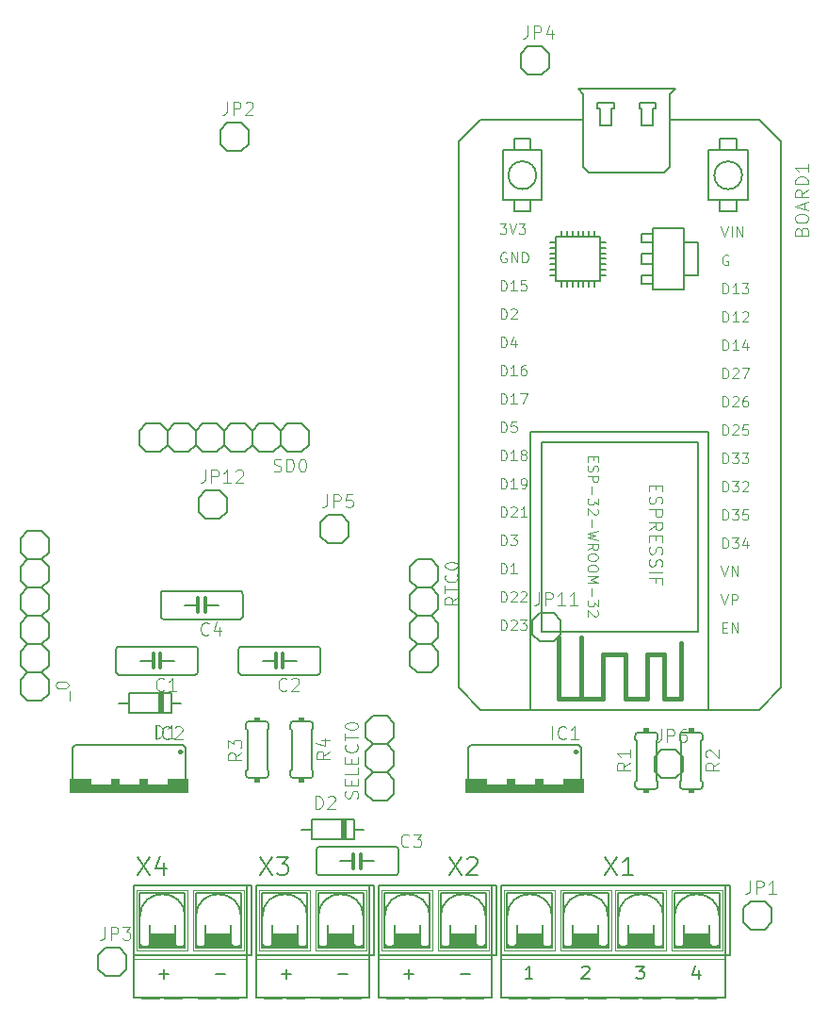
<source format=gbr>
%TF.GenerationSoftware,KiCad,Pcbnew,9.0.2*%
%TF.CreationDate,2025-06-17T11:44:15-05:00*%
%TF.ProjectId,BOARD,424f4152-442e-46b6-9963-61645f706362,rev?*%
%TF.SameCoordinates,Original*%
%TF.FileFunction,Legend,Top*%
%TF.FilePolarity,Positive*%
%FSLAX46Y46*%
G04 Gerber Fmt 4.6, Leading zero omitted, Abs format (unit mm)*
G04 Created by KiCad (PCBNEW 9.0.2) date 2025-06-17 11:44:15*
%MOMM*%
%LPD*%
G01*
G04 APERTURE LIST*
%ADD10C,0.160020*%
%ADD11C,0.127000*%
%ADD12C,0.114300*%
%ADD13C,0.071323*%
%ADD14C,0.093472*%
%ADD15C,0.081280*%
%ADD16C,0.101600*%
%ADD17C,0.091440*%
%ADD18C,0.152400*%
%ADD19C,0.050800*%
%ADD20C,0.000000*%
%ADD21C,0.304800*%
%ADD22C,0.254000*%
%ADD23C,0.406400*%
G04 APERTURE END LIST*
D10*
X152757516Y-137623288D02*
X153836169Y-139241268D01*
X153836169Y-137623288D02*
X152757516Y-139241268D01*
X154375495Y-137777382D02*
X154452542Y-137700335D01*
X154452542Y-137700335D02*
X154606635Y-137623288D01*
X154606635Y-137623288D02*
X154991869Y-137623288D01*
X154991869Y-137623288D02*
X155145962Y-137700335D01*
X155145962Y-137700335D02*
X155223009Y-137777382D01*
X155223009Y-137777382D02*
X155300055Y-137931475D01*
X155300055Y-137931475D02*
X155300055Y-138085568D01*
X155300055Y-138085568D02*
X155223009Y-138316708D01*
X155223009Y-138316708D02*
X154298449Y-139241268D01*
X154298449Y-139241268D02*
X155300055Y-139241268D01*
D11*
X153761794Y-148136686D02*
X154632652Y-148136686D01*
X148681794Y-148136686D02*
X149552652Y-148136686D01*
X149117223Y-148572114D02*
X149117223Y-147701257D01*
D12*
X127137102Y-122622322D02*
X127082069Y-122677356D01*
X127082069Y-122677356D02*
X126916969Y-122732389D01*
X126916969Y-122732389D02*
X126806902Y-122732389D01*
X126806902Y-122732389D02*
X126641802Y-122677356D01*
X126641802Y-122677356D02*
X126531736Y-122567289D01*
X126531736Y-122567289D02*
X126476702Y-122457222D01*
X126476702Y-122457222D02*
X126421669Y-122237089D01*
X126421669Y-122237089D02*
X126421669Y-122071989D01*
X126421669Y-122071989D02*
X126476702Y-121851856D01*
X126476702Y-121851856D02*
X126531736Y-121741789D01*
X126531736Y-121741789D02*
X126641802Y-121631722D01*
X126641802Y-121631722D02*
X126806902Y-121576689D01*
X126806902Y-121576689D02*
X126916969Y-121576689D01*
X126916969Y-121576689D02*
X127082069Y-121631722D01*
X127082069Y-121631722D02*
X127137102Y-121686756D01*
X128237769Y-122732389D02*
X127577369Y-122732389D01*
X127907569Y-122732389D02*
X127907569Y-121576689D01*
X127907569Y-121576689D02*
X127797502Y-121741789D01*
X127797502Y-121741789D02*
X127687436Y-121851856D01*
X127687436Y-121851856D02*
X127577369Y-121906889D01*
X159795463Y-63001720D02*
X159795463Y-63827220D01*
X159795463Y-63827220D02*
X159740430Y-63992320D01*
X159740430Y-63992320D02*
X159630363Y-64102387D01*
X159630363Y-64102387D02*
X159465263Y-64157420D01*
X159465263Y-64157420D02*
X159355197Y-64157420D01*
X160345796Y-64157420D02*
X160345796Y-63001720D01*
X160345796Y-63001720D02*
X160786063Y-63001720D01*
X160786063Y-63001720D02*
X160896130Y-63056753D01*
X160896130Y-63056753D02*
X160951163Y-63111787D01*
X160951163Y-63111787D02*
X161006196Y-63221853D01*
X161006196Y-63221853D02*
X161006196Y-63386953D01*
X161006196Y-63386953D02*
X160951163Y-63497020D01*
X160951163Y-63497020D02*
X160896130Y-63552053D01*
X160896130Y-63552053D02*
X160786063Y-63607087D01*
X160786063Y-63607087D02*
X160345796Y-63607087D01*
X161996796Y-63386953D02*
X161996796Y-64157420D01*
X161721630Y-62946687D02*
X161446463Y-63772187D01*
X161446463Y-63772187D02*
X162161896Y-63772187D01*
X126454369Y-127073189D02*
X126454369Y-125917489D01*
X127665102Y-126963122D02*
X127610069Y-127018156D01*
X127610069Y-127018156D02*
X127444969Y-127073189D01*
X127444969Y-127073189D02*
X127334902Y-127073189D01*
X127334902Y-127073189D02*
X127169802Y-127018156D01*
X127169802Y-127018156D02*
X127059736Y-126908089D01*
X127059736Y-126908089D02*
X127004702Y-126798022D01*
X127004702Y-126798022D02*
X126949669Y-126577889D01*
X126949669Y-126577889D02*
X126949669Y-126412789D01*
X126949669Y-126412789D02*
X127004702Y-126192656D01*
X127004702Y-126192656D02*
X127059736Y-126082589D01*
X127059736Y-126082589D02*
X127169802Y-125972522D01*
X127169802Y-125972522D02*
X127334902Y-125917489D01*
X127334902Y-125917489D02*
X127444969Y-125917489D01*
X127444969Y-125917489D02*
X127610069Y-125972522D01*
X127610069Y-125972522D02*
X127665102Y-126027556D01*
X128105369Y-126027556D02*
X128160402Y-125972522D01*
X128160402Y-125972522D02*
X128270469Y-125917489D01*
X128270469Y-125917489D02*
X128545636Y-125917489D01*
X128545636Y-125917489D02*
X128655702Y-125972522D01*
X128655702Y-125972522D02*
X128710736Y-126027556D01*
X128710736Y-126027556D02*
X128765769Y-126137622D01*
X128765769Y-126137622D02*
X128765769Y-126247689D01*
X128765769Y-126247689D02*
X128710736Y-126412789D01*
X128710736Y-126412789D02*
X128050336Y-127073189D01*
X128050336Y-127073189D02*
X128765769Y-127073189D01*
X144509887Y-132364469D02*
X144564920Y-132199369D01*
X144564920Y-132199369D02*
X144564920Y-131924203D01*
X144564920Y-131924203D02*
X144509887Y-131814136D01*
X144509887Y-131814136D02*
X144454853Y-131759103D01*
X144454853Y-131759103D02*
X144344787Y-131704069D01*
X144344787Y-131704069D02*
X144234720Y-131704069D01*
X144234720Y-131704069D02*
X144124653Y-131759103D01*
X144124653Y-131759103D02*
X144069620Y-131814136D01*
X144069620Y-131814136D02*
X144014587Y-131924203D01*
X144014587Y-131924203D02*
X143959553Y-132144336D01*
X143959553Y-132144336D02*
X143904520Y-132254403D01*
X143904520Y-132254403D02*
X143849487Y-132309436D01*
X143849487Y-132309436D02*
X143739420Y-132364469D01*
X143739420Y-132364469D02*
X143629353Y-132364469D01*
X143629353Y-132364469D02*
X143519287Y-132309436D01*
X143519287Y-132309436D02*
X143464253Y-132254403D01*
X143464253Y-132254403D02*
X143409220Y-132144336D01*
X143409220Y-132144336D02*
X143409220Y-131869169D01*
X143409220Y-131869169D02*
X143464253Y-131704069D01*
X143959553Y-131208769D02*
X143959553Y-130823536D01*
X144564920Y-130658436D02*
X144564920Y-131208769D01*
X144564920Y-131208769D02*
X143409220Y-131208769D01*
X143409220Y-131208769D02*
X143409220Y-130658436D01*
X144564920Y-129612803D02*
X144564920Y-130163136D01*
X144564920Y-130163136D02*
X143409220Y-130163136D01*
X143959553Y-129227569D02*
X143959553Y-128842336D01*
X144564920Y-128677236D02*
X144564920Y-129227569D01*
X144564920Y-129227569D02*
X143409220Y-129227569D01*
X143409220Y-129227569D02*
X143409220Y-128677236D01*
X144454853Y-127521536D02*
X144509887Y-127576569D01*
X144509887Y-127576569D02*
X144564920Y-127741669D01*
X144564920Y-127741669D02*
X144564920Y-127851736D01*
X144564920Y-127851736D02*
X144509887Y-128016836D01*
X144509887Y-128016836D02*
X144399820Y-128126903D01*
X144399820Y-128126903D02*
X144289753Y-128181936D01*
X144289753Y-128181936D02*
X144069620Y-128236969D01*
X144069620Y-128236969D02*
X143904520Y-128236969D01*
X143904520Y-128236969D02*
X143684387Y-128181936D01*
X143684387Y-128181936D02*
X143574320Y-128126903D01*
X143574320Y-128126903D02*
X143464253Y-128016836D01*
X143464253Y-128016836D02*
X143409220Y-127851736D01*
X143409220Y-127851736D02*
X143409220Y-127741669D01*
X143409220Y-127741669D02*
X143464253Y-127576569D01*
X143464253Y-127576569D02*
X143519287Y-127521536D01*
X143409220Y-127191336D02*
X143409220Y-126530936D01*
X144564920Y-126861136D02*
X143409220Y-126861136D01*
X143409220Y-125925570D02*
X143409220Y-125815503D01*
X143409220Y-125815503D02*
X143464253Y-125705436D01*
X143464253Y-125705436D02*
X143519287Y-125650403D01*
X143519287Y-125650403D02*
X143629353Y-125595370D01*
X143629353Y-125595370D02*
X143849487Y-125540336D01*
X143849487Y-125540336D02*
X144124653Y-125540336D01*
X144124653Y-125540336D02*
X144344787Y-125595370D01*
X144344787Y-125595370D02*
X144454853Y-125650403D01*
X144454853Y-125650403D02*
X144509887Y-125705436D01*
X144509887Y-125705436D02*
X144564920Y-125815503D01*
X144564920Y-125815503D02*
X144564920Y-125925570D01*
X144564920Y-125925570D02*
X144509887Y-126035636D01*
X144509887Y-126035636D02*
X144454853Y-126090670D01*
X144454853Y-126090670D02*
X144344787Y-126145703D01*
X144344787Y-126145703D02*
X144124653Y-126200736D01*
X144124653Y-126200736D02*
X143849487Y-126200736D01*
X143849487Y-126200736D02*
X143629353Y-126145703D01*
X143629353Y-126145703D02*
X143519287Y-126090670D01*
X143519287Y-126090670D02*
X143464253Y-126035636D01*
X143464253Y-126035636D02*
X143409220Y-125925570D01*
X118634987Y-123624603D02*
X118634987Y-122744069D01*
X117369220Y-122248770D02*
X117369220Y-122138703D01*
X117369220Y-122138703D02*
X117424253Y-122028636D01*
X117424253Y-122028636D02*
X117479287Y-121973603D01*
X117479287Y-121973603D02*
X117589353Y-121918570D01*
X117589353Y-121918570D02*
X117809487Y-121863536D01*
X117809487Y-121863536D02*
X118084653Y-121863536D01*
X118084653Y-121863536D02*
X118304787Y-121918570D01*
X118304787Y-121918570D02*
X118414853Y-121973603D01*
X118414853Y-121973603D02*
X118469887Y-122028636D01*
X118469887Y-122028636D02*
X118524920Y-122138703D01*
X118524920Y-122138703D02*
X118524920Y-122248770D01*
X118524920Y-122248770D02*
X118469887Y-122358836D01*
X118469887Y-122358836D02*
X118414853Y-122413870D01*
X118414853Y-122413870D02*
X118304787Y-122468903D01*
X118304787Y-122468903D02*
X118084653Y-122523936D01*
X118084653Y-122523936D02*
X117809487Y-122523936D01*
X117809487Y-122523936D02*
X117589353Y-122468903D01*
X117589353Y-122468903D02*
X117479287Y-122413870D01*
X117479287Y-122413870D02*
X117424253Y-122358836D01*
X117424253Y-122358836D02*
X117369220Y-122248770D01*
X171795463Y-126161720D02*
X171795463Y-126987220D01*
X171795463Y-126987220D02*
X171740430Y-127152320D01*
X171740430Y-127152320D02*
X171630363Y-127262387D01*
X171630363Y-127262387D02*
X171465263Y-127317420D01*
X171465263Y-127317420D02*
X171355197Y-127317420D01*
X172345796Y-127317420D02*
X172345796Y-126161720D01*
X172345796Y-126161720D02*
X172786063Y-126161720D01*
X172786063Y-126161720D02*
X172896130Y-126216753D01*
X172896130Y-126216753D02*
X172951163Y-126271787D01*
X172951163Y-126271787D02*
X173006196Y-126381853D01*
X173006196Y-126381853D02*
X173006196Y-126546953D01*
X173006196Y-126546953D02*
X172951163Y-126657020D01*
X172951163Y-126657020D02*
X172896130Y-126712053D01*
X172896130Y-126712053D02*
X172786063Y-126767087D01*
X172786063Y-126767087D02*
X172345796Y-126767087D01*
X173996796Y-126161720D02*
X173776663Y-126161720D01*
X173776663Y-126161720D02*
X173666596Y-126216753D01*
X173666596Y-126216753D02*
X173611563Y-126271787D01*
X173611563Y-126271787D02*
X173501496Y-126436887D01*
X173501496Y-126436887D02*
X173446463Y-126657020D01*
X173446463Y-126657020D02*
X173446463Y-127097287D01*
X173446463Y-127097287D02*
X173501496Y-127207353D01*
X173501496Y-127207353D02*
X173556530Y-127262387D01*
X173556530Y-127262387D02*
X173666596Y-127317420D01*
X173666596Y-127317420D02*
X173886730Y-127317420D01*
X173886730Y-127317420D02*
X173996796Y-127262387D01*
X173996796Y-127262387D02*
X174051830Y-127207353D01*
X174051830Y-127207353D02*
X174106863Y-127097287D01*
X174106863Y-127097287D02*
X174106863Y-126822120D01*
X174106863Y-126822120D02*
X174051830Y-126712053D01*
X174051830Y-126712053D02*
X173996796Y-126657020D01*
X173996796Y-126657020D02*
X173886730Y-126601987D01*
X173886730Y-126601987D02*
X173666596Y-126601987D01*
X173666596Y-126601987D02*
X173556530Y-126657020D01*
X173556530Y-126657020D02*
X173501496Y-126712053D01*
X173501496Y-126712053D02*
X173446463Y-126822120D01*
D13*
X142023147Y-128150439D02*
X141452349Y-128549998D01*
X142023147Y-128835397D02*
X140824470Y-128835397D01*
X140824470Y-128835397D02*
X140824470Y-128378758D01*
X140824470Y-128378758D02*
X140881550Y-128264599D01*
X140881550Y-128264599D02*
X140938630Y-128207519D01*
X140938630Y-128207519D02*
X141052790Y-128150439D01*
X141052790Y-128150439D02*
X141224029Y-128150439D01*
X141224029Y-128150439D02*
X141338189Y-128207519D01*
X141338189Y-128207519D02*
X141395269Y-128264599D01*
X141395269Y-128264599D02*
X141452349Y-128378758D01*
X141452349Y-128378758D02*
X141452349Y-128835397D01*
X141224029Y-127123002D02*
X142023147Y-127123002D01*
X140767391Y-127408401D02*
X141623588Y-127693800D01*
X141623588Y-127693800D02*
X141623588Y-126951762D01*
D12*
X179795463Y-139761720D02*
X179795463Y-140587220D01*
X179795463Y-140587220D02*
X179740430Y-140752320D01*
X179740430Y-140752320D02*
X179630363Y-140862387D01*
X179630363Y-140862387D02*
X179465263Y-140917420D01*
X179465263Y-140917420D02*
X179355197Y-140917420D01*
X180345796Y-140917420D02*
X180345796Y-139761720D01*
X180345796Y-139761720D02*
X180786063Y-139761720D01*
X180786063Y-139761720D02*
X180896130Y-139816753D01*
X180896130Y-139816753D02*
X180951163Y-139871787D01*
X180951163Y-139871787D02*
X181006196Y-139981853D01*
X181006196Y-139981853D02*
X181006196Y-140146953D01*
X181006196Y-140146953D02*
X180951163Y-140257020D01*
X180951163Y-140257020D02*
X180896130Y-140312053D01*
X180896130Y-140312053D02*
X180786063Y-140367087D01*
X180786063Y-140367087D02*
X180345796Y-140367087D01*
X182106863Y-140917420D02*
X181446463Y-140917420D01*
X181776663Y-140917420D02*
X181776663Y-139761720D01*
X181776663Y-139761720D02*
X181666596Y-139926820D01*
X181666596Y-139926820D02*
X181556530Y-140036887D01*
X181556530Y-140036887D02*
X181446463Y-140091920D01*
D13*
X169023147Y-129150439D02*
X168452349Y-129549998D01*
X169023147Y-129835397D02*
X167824470Y-129835397D01*
X167824470Y-129835397D02*
X167824470Y-129378758D01*
X167824470Y-129378758D02*
X167881550Y-129264599D01*
X167881550Y-129264599D02*
X167938630Y-129207519D01*
X167938630Y-129207519D02*
X168052790Y-129150439D01*
X168052790Y-129150439D02*
X168224029Y-129150439D01*
X168224029Y-129150439D02*
X168338189Y-129207519D01*
X168338189Y-129207519D02*
X168395269Y-129264599D01*
X168395269Y-129264599D02*
X168452349Y-129378758D01*
X168452349Y-129378758D02*
X168452349Y-129835397D01*
X169023147Y-128008842D02*
X169023147Y-128693800D01*
X169023147Y-128351321D02*
X167824470Y-128351321D01*
X167824470Y-128351321D02*
X167995710Y-128465481D01*
X167995710Y-128465481D02*
X168109870Y-128579640D01*
X168109870Y-128579640D02*
X168166950Y-128693800D01*
D12*
X162024369Y-127073189D02*
X162024369Y-125917489D01*
X163235102Y-126963122D02*
X163180069Y-127018156D01*
X163180069Y-127018156D02*
X163014969Y-127073189D01*
X163014969Y-127073189D02*
X162904902Y-127073189D01*
X162904902Y-127073189D02*
X162739802Y-127018156D01*
X162739802Y-127018156D02*
X162629736Y-126908089D01*
X162629736Y-126908089D02*
X162574702Y-126798022D01*
X162574702Y-126798022D02*
X162519669Y-126577889D01*
X162519669Y-126577889D02*
X162519669Y-126412789D01*
X162519669Y-126412789D02*
X162574702Y-126192656D01*
X162574702Y-126192656D02*
X162629736Y-126082589D01*
X162629736Y-126082589D02*
X162739802Y-125972522D01*
X162739802Y-125972522D02*
X162904902Y-125917489D01*
X162904902Y-125917489D02*
X163014969Y-125917489D01*
X163014969Y-125917489D02*
X163180069Y-125972522D01*
X163180069Y-125972522D02*
X163235102Y-126027556D01*
X164335769Y-127073189D02*
X163675369Y-127073189D01*
X164005569Y-127073189D02*
X164005569Y-125917489D01*
X164005569Y-125917489D02*
X163895502Y-126082589D01*
X163895502Y-126082589D02*
X163785436Y-126192656D01*
X163785436Y-126192656D02*
X163675369Y-126247689D01*
X149137102Y-136622322D02*
X149082069Y-136677356D01*
X149082069Y-136677356D02*
X148916969Y-136732389D01*
X148916969Y-136732389D02*
X148806902Y-136732389D01*
X148806902Y-136732389D02*
X148641802Y-136677356D01*
X148641802Y-136677356D02*
X148531736Y-136567289D01*
X148531736Y-136567289D02*
X148476702Y-136457222D01*
X148476702Y-136457222D02*
X148421669Y-136237089D01*
X148421669Y-136237089D02*
X148421669Y-136071989D01*
X148421669Y-136071989D02*
X148476702Y-135851856D01*
X148476702Y-135851856D02*
X148531736Y-135741789D01*
X148531736Y-135741789D02*
X148641802Y-135631722D01*
X148641802Y-135631722D02*
X148806902Y-135576689D01*
X148806902Y-135576689D02*
X148916969Y-135576689D01*
X148916969Y-135576689D02*
X149082069Y-135631722D01*
X149082069Y-135631722D02*
X149137102Y-135686756D01*
X149522336Y-135576689D02*
X150237769Y-135576689D01*
X150237769Y-135576689D02*
X149852536Y-136016956D01*
X149852536Y-136016956D02*
X150017636Y-136016956D01*
X150017636Y-136016956D02*
X150127702Y-136071989D01*
X150127702Y-136071989D02*
X150182736Y-136127022D01*
X150182736Y-136127022D02*
X150237769Y-136237089D01*
X150237769Y-136237089D02*
X150237769Y-136512256D01*
X150237769Y-136512256D02*
X150182736Y-136622322D01*
X150182736Y-136622322D02*
X150127702Y-136677356D01*
X150127702Y-136677356D02*
X150017636Y-136732389D01*
X150017636Y-136732389D02*
X149687436Y-136732389D01*
X149687436Y-136732389D02*
X149577369Y-136677356D01*
X149577369Y-136677356D02*
X149522336Y-136622322D01*
D13*
X134080695Y-128256319D02*
X133509897Y-128655878D01*
X134080695Y-128941277D02*
X132882018Y-128941277D01*
X132882018Y-128941277D02*
X132882018Y-128484638D01*
X132882018Y-128484638D02*
X132939098Y-128370479D01*
X132939098Y-128370479D02*
X132996178Y-128313399D01*
X132996178Y-128313399D02*
X133110338Y-128256319D01*
X133110338Y-128256319D02*
X133281577Y-128256319D01*
X133281577Y-128256319D02*
X133395737Y-128313399D01*
X133395737Y-128313399D02*
X133452817Y-128370479D01*
X133452817Y-128370479D02*
X133509897Y-128484638D01*
X133509897Y-128484638D02*
X133509897Y-128941277D01*
X132882018Y-127856760D02*
X132882018Y-127114722D01*
X132882018Y-127114722D02*
X133338657Y-127514281D01*
X133338657Y-127514281D02*
X133338657Y-127343041D01*
X133338657Y-127343041D02*
X133395737Y-127228882D01*
X133395737Y-127228882D02*
X133452817Y-127171802D01*
X133452817Y-127171802D02*
X133566977Y-127114722D01*
X133566977Y-127114722D02*
X133852376Y-127114722D01*
X133852376Y-127114722D02*
X133966536Y-127171802D01*
X133966536Y-127171802D02*
X134023616Y-127228882D01*
X134023616Y-127228882D02*
X134080695Y-127343041D01*
X134080695Y-127343041D02*
X134080695Y-127685520D01*
X134080695Y-127685520D02*
X134023616Y-127799680D01*
X134023616Y-127799680D02*
X133966536Y-127856760D01*
D12*
X153534689Y-114279630D02*
X152984356Y-114664863D01*
X153534689Y-114940030D02*
X152378989Y-114940030D01*
X152378989Y-114940030D02*
X152378989Y-114499763D01*
X152378989Y-114499763D02*
X152434022Y-114389697D01*
X152434022Y-114389697D02*
X152489056Y-114334663D01*
X152489056Y-114334663D02*
X152599122Y-114279630D01*
X152599122Y-114279630D02*
X152764222Y-114279630D01*
X152764222Y-114279630D02*
X152874289Y-114334663D01*
X152874289Y-114334663D02*
X152929322Y-114389697D01*
X152929322Y-114389697D02*
X152984356Y-114499763D01*
X152984356Y-114499763D02*
X152984356Y-114940030D01*
X152378989Y-113949430D02*
X152378989Y-113289030D01*
X153534689Y-113619230D02*
X152378989Y-113619230D01*
X153424622Y-112243397D02*
X153479656Y-112298430D01*
X153479656Y-112298430D02*
X153534689Y-112463530D01*
X153534689Y-112463530D02*
X153534689Y-112573597D01*
X153534689Y-112573597D02*
X153479656Y-112738697D01*
X153479656Y-112738697D02*
X153369589Y-112848764D01*
X153369589Y-112848764D02*
X153259522Y-112903797D01*
X153259522Y-112903797D02*
X153039389Y-112958830D01*
X153039389Y-112958830D02*
X152874289Y-112958830D01*
X152874289Y-112958830D02*
X152654156Y-112903797D01*
X152654156Y-112903797D02*
X152544089Y-112848764D01*
X152544089Y-112848764D02*
X152434022Y-112738697D01*
X152434022Y-112738697D02*
X152378989Y-112573597D01*
X152378989Y-112573597D02*
X152378989Y-112463530D01*
X152378989Y-112463530D02*
X152434022Y-112298430D01*
X152434022Y-112298430D02*
X152489056Y-112243397D01*
X152378989Y-111527964D02*
X152378989Y-111417897D01*
X152378989Y-111417897D02*
X152434022Y-111307830D01*
X152434022Y-111307830D02*
X152489056Y-111252797D01*
X152489056Y-111252797D02*
X152599122Y-111197764D01*
X152599122Y-111197764D02*
X152819256Y-111142730D01*
X152819256Y-111142730D02*
X153094422Y-111142730D01*
X153094422Y-111142730D02*
X153314556Y-111197764D01*
X153314556Y-111197764D02*
X153424622Y-111252797D01*
X153424622Y-111252797D02*
X153479656Y-111307830D01*
X153479656Y-111307830D02*
X153534689Y-111417897D01*
X153534689Y-111417897D02*
X153534689Y-111527964D01*
X153534689Y-111527964D02*
X153479656Y-111638030D01*
X153479656Y-111638030D02*
X153424622Y-111693064D01*
X153424622Y-111693064D02*
X153314556Y-111748097D01*
X153314556Y-111748097D02*
X153094422Y-111803130D01*
X153094422Y-111803130D02*
X152819256Y-111803130D01*
X152819256Y-111803130D02*
X152599122Y-111748097D01*
X152599122Y-111748097D02*
X152489056Y-111693064D01*
X152489056Y-111693064D02*
X152434022Y-111638030D01*
X152434022Y-111638030D02*
X152378989Y-111527964D01*
D13*
X177023147Y-129150439D02*
X176452349Y-129549998D01*
X177023147Y-129835397D02*
X175824470Y-129835397D01*
X175824470Y-129835397D02*
X175824470Y-129378758D01*
X175824470Y-129378758D02*
X175881550Y-129264599D01*
X175881550Y-129264599D02*
X175938630Y-129207519D01*
X175938630Y-129207519D02*
X176052790Y-129150439D01*
X176052790Y-129150439D02*
X176224029Y-129150439D01*
X176224029Y-129150439D02*
X176338189Y-129207519D01*
X176338189Y-129207519D02*
X176395269Y-129264599D01*
X176395269Y-129264599D02*
X176452349Y-129378758D01*
X176452349Y-129378758D02*
X176452349Y-129835397D01*
X175938630Y-128693800D02*
X175881550Y-128636720D01*
X175881550Y-128636720D02*
X175824470Y-128522561D01*
X175824470Y-128522561D02*
X175824470Y-128237161D01*
X175824470Y-128237161D02*
X175881550Y-128123002D01*
X175881550Y-128123002D02*
X175938630Y-128065922D01*
X175938630Y-128065922D02*
X176052790Y-128008842D01*
X176052790Y-128008842D02*
X176166950Y-128008842D01*
X176166950Y-128008842D02*
X176338189Y-128065922D01*
X176338189Y-128065922D02*
X177023147Y-128750880D01*
X177023147Y-128750880D02*
X177023147Y-128008842D01*
D12*
X160835463Y-113871720D02*
X160835463Y-114697220D01*
X160835463Y-114697220D02*
X160780430Y-114862320D01*
X160780430Y-114862320D02*
X160670363Y-114972387D01*
X160670363Y-114972387D02*
X160505263Y-115027420D01*
X160505263Y-115027420D02*
X160395197Y-115027420D01*
X161385796Y-115027420D02*
X161385796Y-113871720D01*
X161385796Y-113871720D02*
X161826063Y-113871720D01*
X161826063Y-113871720D02*
X161936130Y-113926753D01*
X161936130Y-113926753D02*
X161991163Y-113981787D01*
X161991163Y-113981787D02*
X162046196Y-114091853D01*
X162046196Y-114091853D02*
X162046196Y-114256953D01*
X162046196Y-114256953D02*
X161991163Y-114367020D01*
X161991163Y-114367020D02*
X161936130Y-114422053D01*
X161936130Y-114422053D02*
X161826063Y-114477087D01*
X161826063Y-114477087D02*
X161385796Y-114477087D01*
X163146863Y-115027420D02*
X162486463Y-115027420D01*
X162816663Y-115027420D02*
X162816663Y-113871720D01*
X162816663Y-113871720D02*
X162706596Y-114036820D01*
X162706596Y-114036820D02*
X162596530Y-114146887D01*
X162596530Y-114146887D02*
X162486463Y-114201920D01*
X164247530Y-115027420D02*
X163587130Y-115027420D01*
X163917330Y-115027420D02*
X163917330Y-113871720D01*
X163917330Y-113871720D02*
X163807263Y-114036820D01*
X163807263Y-114036820D02*
X163697197Y-114146887D01*
X163697197Y-114146887D02*
X163587130Y-114201920D01*
D14*
X184402515Y-81433885D02*
X184458540Y-81265809D01*
X184458540Y-81265809D02*
X184514565Y-81209784D01*
X184514565Y-81209784D02*
X184626616Y-81153759D01*
X184626616Y-81153759D02*
X184794691Y-81153759D01*
X184794691Y-81153759D02*
X184906741Y-81209784D01*
X184906741Y-81209784D02*
X184962767Y-81265809D01*
X184962767Y-81265809D02*
X185018792Y-81377860D01*
X185018792Y-81377860D02*
X185018792Y-81826061D01*
X185018792Y-81826061D02*
X183842264Y-81826061D01*
X183842264Y-81826061D02*
X183842264Y-81433885D01*
X183842264Y-81433885D02*
X183898289Y-81321835D01*
X183898289Y-81321835D02*
X183954314Y-81265809D01*
X183954314Y-81265809D02*
X184066364Y-81209784D01*
X184066364Y-81209784D02*
X184178415Y-81209784D01*
X184178415Y-81209784D02*
X184290465Y-81265809D01*
X184290465Y-81265809D02*
X184346490Y-81321835D01*
X184346490Y-81321835D02*
X184402515Y-81433885D01*
X184402515Y-81433885D02*
X184402515Y-81826061D01*
X183842264Y-80425432D02*
X183842264Y-80201332D01*
X183842264Y-80201332D02*
X183898289Y-80089281D01*
X183898289Y-80089281D02*
X184010339Y-79977231D01*
X184010339Y-79977231D02*
X184234440Y-79921206D01*
X184234440Y-79921206D02*
X184626616Y-79921206D01*
X184626616Y-79921206D02*
X184850716Y-79977231D01*
X184850716Y-79977231D02*
X184962767Y-80089281D01*
X184962767Y-80089281D02*
X185018792Y-80201332D01*
X185018792Y-80201332D02*
X185018792Y-80425432D01*
X185018792Y-80425432D02*
X184962767Y-80537483D01*
X184962767Y-80537483D02*
X184850716Y-80649533D01*
X184850716Y-80649533D02*
X184626616Y-80705558D01*
X184626616Y-80705558D02*
X184234440Y-80705558D01*
X184234440Y-80705558D02*
X184010339Y-80649533D01*
X184010339Y-80649533D02*
X183898289Y-80537483D01*
X183898289Y-80537483D02*
X183842264Y-80425432D01*
X184682641Y-79473005D02*
X184682641Y-78912754D01*
X185018792Y-79585055D02*
X183842264Y-79192879D01*
X183842264Y-79192879D02*
X185018792Y-78800703D01*
X185018792Y-77736225D02*
X184458540Y-78128401D01*
X185018792Y-78408527D02*
X183842264Y-78408527D01*
X183842264Y-78408527D02*
X183842264Y-77960326D01*
X183842264Y-77960326D02*
X183898289Y-77848275D01*
X183898289Y-77848275D02*
X183954314Y-77792250D01*
X183954314Y-77792250D02*
X184066364Y-77736225D01*
X184066364Y-77736225D02*
X184234440Y-77736225D01*
X184234440Y-77736225D02*
X184346490Y-77792250D01*
X184346490Y-77792250D02*
X184402515Y-77848275D01*
X184402515Y-77848275D02*
X184458540Y-77960326D01*
X184458540Y-77960326D02*
X184458540Y-78408527D01*
X185018792Y-77231999D02*
X183842264Y-77231999D01*
X183842264Y-77231999D02*
X183842264Y-76951873D01*
X183842264Y-76951873D02*
X183898289Y-76783798D01*
X183898289Y-76783798D02*
X184010339Y-76671747D01*
X184010339Y-76671747D02*
X184122389Y-76615722D01*
X184122389Y-76615722D02*
X184346490Y-76559697D01*
X184346490Y-76559697D02*
X184514565Y-76559697D01*
X184514565Y-76559697D02*
X184738666Y-76615722D01*
X184738666Y-76615722D02*
X184850716Y-76671747D01*
X184850716Y-76671747D02*
X184962767Y-76783798D01*
X184962767Y-76783798D02*
X185018792Y-76951873D01*
X185018792Y-76951873D02*
X185018792Y-77231999D01*
X185018792Y-75439194D02*
X185018792Y-76111496D01*
X185018792Y-75775345D02*
X183842264Y-75775345D01*
X183842264Y-75775345D02*
X184010339Y-75887395D01*
X184010339Y-75887395D02*
X184122389Y-75999446D01*
X184122389Y-75999446D02*
X184178415Y-76111496D01*
D15*
X177327125Y-89594981D02*
X177327125Y-88660261D01*
X177327125Y-88660261D02*
X177549677Y-88660261D01*
X177549677Y-88660261D02*
X177683209Y-88704771D01*
X177683209Y-88704771D02*
X177772230Y-88793792D01*
X177772230Y-88793792D02*
X177816740Y-88882813D01*
X177816740Y-88882813D02*
X177861251Y-89060855D01*
X177861251Y-89060855D02*
X177861251Y-89194387D01*
X177861251Y-89194387D02*
X177816740Y-89372429D01*
X177816740Y-89372429D02*
X177772230Y-89461450D01*
X177772230Y-89461450D02*
X177683209Y-89550471D01*
X177683209Y-89550471D02*
X177549677Y-89594981D01*
X177549677Y-89594981D02*
X177327125Y-89594981D01*
X178751460Y-89594981D02*
X178217334Y-89594981D01*
X178484397Y-89594981D02*
X178484397Y-88660261D01*
X178484397Y-88660261D02*
X178395376Y-88793792D01*
X178395376Y-88793792D02*
X178306355Y-88882813D01*
X178306355Y-88882813D02*
X178217334Y-88927324D01*
X179107544Y-88749282D02*
X179152055Y-88704771D01*
X179152055Y-88704771D02*
X179241076Y-88660261D01*
X179241076Y-88660261D02*
X179463628Y-88660261D01*
X179463628Y-88660261D02*
X179552649Y-88704771D01*
X179552649Y-88704771D02*
X179597160Y-88749282D01*
X179597160Y-88749282D02*
X179641670Y-88838303D01*
X179641670Y-88838303D02*
X179641670Y-88927324D01*
X179641670Y-88927324D02*
X179597160Y-89060855D01*
X179597160Y-89060855D02*
X179063034Y-89594981D01*
X179063034Y-89594981D02*
X179641670Y-89594981D01*
X177327125Y-102294981D02*
X177327125Y-101360261D01*
X177327125Y-101360261D02*
X177549677Y-101360261D01*
X177549677Y-101360261D02*
X177683209Y-101404771D01*
X177683209Y-101404771D02*
X177772230Y-101493792D01*
X177772230Y-101493792D02*
X177816740Y-101582813D01*
X177816740Y-101582813D02*
X177861251Y-101760855D01*
X177861251Y-101760855D02*
X177861251Y-101894387D01*
X177861251Y-101894387D02*
X177816740Y-102072429D01*
X177816740Y-102072429D02*
X177772230Y-102161450D01*
X177772230Y-102161450D02*
X177683209Y-102250471D01*
X177683209Y-102250471D02*
X177549677Y-102294981D01*
X177549677Y-102294981D02*
X177327125Y-102294981D01*
X178172824Y-101360261D02*
X178751460Y-101360261D01*
X178751460Y-101360261D02*
X178439887Y-101716345D01*
X178439887Y-101716345D02*
X178573418Y-101716345D01*
X178573418Y-101716345D02*
X178662439Y-101760855D01*
X178662439Y-101760855D02*
X178706950Y-101805366D01*
X178706950Y-101805366D02*
X178751460Y-101894387D01*
X178751460Y-101894387D02*
X178751460Y-102116939D01*
X178751460Y-102116939D02*
X178706950Y-102205960D01*
X178706950Y-102205960D02*
X178662439Y-102250471D01*
X178662439Y-102250471D02*
X178573418Y-102294981D01*
X178573418Y-102294981D02*
X178306355Y-102294981D01*
X178306355Y-102294981D02*
X178217334Y-102250471D01*
X178217334Y-102250471D02*
X178172824Y-102205960D01*
X179063034Y-101360261D02*
X179641670Y-101360261D01*
X179641670Y-101360261D02*
X179330097Y-101716345D01*
X179330097Y-101716345D02*
X179463628Y-101716345D01*
X179463628Y-101716345D02*
X179552649Y-101760855D01*
X179552649Y-101760855D02*
X179597160Y-101805366D01*
X179597160Y-101805366D02*
X179641670Y-101894387D01*
X179641670Y-101894387D02*
X179641670Y-102116939D01*
X179641670Y-102116939D02*
X179597160Y-102205960D01*
X179597160Y-102205960D02*
X179552649Y-102250471D01*
X179552649Y-102250471D02*
X179463628Y-102294981D01*
X179463628Y-102294981D02*
X179196565Y-102294981D01*
X179196565Y-102294981D02*
X179107544Y-102250471D01*
X179107544Y-102250471D02*
X179063034Y-102205960D01*
X177816740Y-83624771D02*
X177727719Y-83580261D01*
X177727719Y-83580261D02*
X177594188Y-83580261D01*
X177594188Y-83580261D02*
X177460656Y-83624771D01*
X177460656Y-83624771D02*
X177371635Y-83713792D01*
X177371635Y-83713792D02*
X177327125Y-83802813D01*
X177327125Y-83802813D02*
X177282614Y-83980855D01*
X177282614Y-83980855D02*
X177282614Y-84114387D01*
X177282614Y-84114387D02*
X177327125Y-84292429D01*
X177327125Y-84292429D02*
X177371635Y-84381450D01*
X177371635Y-84381450D02*
X177460656Y-84470471D01*
X177460656Y-84470471D02*
X177594188Y-84514981D01*
X177594188Y-84514981D02*
X177683209Y-84514981D01*
X177683209Y-84514981D02*
X177816740Y-84470471D01*
X177816740Y-84470471D02*
X177861251Y-84425960D01*
X177861251Y-84425960D02*
X177861251Y-84114387D01*
X177861251Y-84114387D02*
X177683209Y-84114387D01*
X157886740Y-83354771D02*
X157797719Y-83310261D01*
X157797719Y-83310261D02*
X157664188Y-83310261D01*
X157664188Y-83310261D02*
X157530656Y-83354771D01*
X157530656Y-83354771D02*
X157441635Y-83443792D01*
X157441635Y-83443792D02*
X157397125Y-83532813D01*
X157397125Y-83532813D02*
X157352614Y-83710855D01*
X157352614Y-83710855D02*
X157352614Y-83844387D01*
X157352614Y-83844387D02*
X157397125Y-84022429D01*
X157397125Y-84022429D02*
X157441635Y-84111450D01*
X157441635Y-84111450D02*
X157530656Y-84200471D01*
X157530656Y-84200471D02*
X157664188Y-84244981D01*
X157664188Y-84244981D02*
X157753209Y-84244981D01*
X157753209Y-84244981D02*
X157886740Y-84200471D01*
X157886740Y-84200471D02*
X157931251Y-84155960D01*
X157931251Y-84155960D02*
X157931251Y-83844387D01*
X157931251Y-83844387D02*
X157753209Y-83844387D01*
X158331845Y-84244981D02*
X158331845Y-83310261D01*
X158331845Y-83310261D02*
X158865971Y-84244981D01*
X158865971Y-84244981D02*
X158865971Y-83310261D01*
X159311075Y-84244981D02*
X159311075Y-83310261D01*
X159311075Y-83310261D02*
X159533627Y-83310261D01*
X159533627Y-83310261D02*
X159667159Y-83354771D01*
X159667159Y-83354771D02*
X159756180Y-83443792D01*
X159756180Y-83443792D02*
X159800690Y-83532813D01*
X159800690Y-83532813D02*
X159845201Y-83710855D01*
X159845201Y-83710855D02*
X159845201Y-83844387D01*
X159845201Y-83844387D02*
X159800690Y-84022429D01*
X159800690Y-84022429D02*
X159756180Y-84111450D01*
X159756180Y-84111450D02*
X159667159Y-84200471D01*
X159667159Y-84200471D02*
X159533627Y-84244981D01*
X159533627Y-84244981D02*
X159311075Y-84244981D01*
X177193593Y-114060261D02*
X177505167Y-114994981D01*
X177505167Y-114994981D02*
X177816740Y-114060261D01*
X178128314Y-114994981D02*
X178128314Y-114060261D01*
X178128314Y-114060261D02*
X178484398Y-114060261D01*
X178484398Y-114060261D02*
X178573419Y-114104771D01*
X178573419Y-114104771D02*
X178617929Y-114149282D01*
X178617929Y-114149282D02*
X178662440Y-114238303D01*
X178662440Y-114238303D02*
X178662440Y-114371834D01*
X178662440Y-114371834D02*
X178617929Y-114460855D01*
X178617929Y-114460855D02*
X178573419Y-114505366D01*
X178573419Y-114505366D02*
X178484398Y-114549876D01*
X178484398Y-114549876D02*
X178128314Y-114549876D01*
X177327125Y-94674981D02*
X177327125Y-93740261D01*
X177327125Y-93740261D02*
X177549677Y-93740261D01*
X177549677Y-93740261D02*
X177683209Y-93784771D01*
X177683209Y-93784771D02*
X177772230Y-93873792D01*
X177772230Y-93873792D02*
X177816740Y-93962813D01*
X177816740Y-93962813D02*
X177861251Y-94140855D01*
X177861251Y-94140855D02*
X177861251Y-94274387D01*
X177861251Y-94274387D02*
X177816740Y-94452429D01*
X177816740Y-94452429D02*
X177772230Y-94541450D01*
X177772230Y-94541450D02*
X177683209Y-94630471D01*
X177683209Y-94630471D02*
X177549677Y-94674981D01*
X177549677Y-94674981D02*
X177327125Y-94674981D01*
X178217334Y-93829282D02*
X178261845Y-93784771D01*
X178261845Y-93784771D02*
X178350866Y-93740261D01*
X178350866Y-93740261D02*
X178573418Y-93740261D01*
X178573418Y-93740261D02*
X178662439Y-93784771D01*
X178662439Y-93784771D02*
X178706950Y-93829282D01*
X178706950Y-93829282D02*
X178751460Y-93918303D01*
X178751460Y-93918303D02*
X178751460Y-94007324D01*
X178751460Y-94007324D02*
X178706950Y-94140855D01*
X178706950Y-94140855D02*
X178172824Y-94674981D01*
X178172824Y-94674981D02*
X178751460Y-94674981D01*
X179063034Y-93740261D02*
X179686181Y-93740261D01*
X179686181Y-93740261D02*
X179285586Y-94674981D01*
X157397125Y-107104981D02*
X157397125Y-106170261D01*
X157397125Y-106170261D02*
X157619677Y-106170261D01*
X157619677Y-106170261D02*
X157753209Y-106214771D01*
X157753209Y-106214771D02*
X157842230Y-106303792D01*
X157842230Y-106303792D02*
X157886740Y-106392813D01*
X157886740Y-106392813D02*
X157931251Y-106570855D01*
X157931251Y-106570855D02*
X157931251Y-106704387D01*
X157931251Y-106704387D02*
X157886740Y-106882429D01*
X157886740Y-106882429D02*
X157842230Y-106971450D01*
X157842230Y-106971450D02*
X157753209Y-107060471D01*
X157753209Y-107060471D02*
X157619677Y-107104981D01*
X157619677Y-107104981D02*
X157397125Y-107104981D01*
X158287334Y-106259282D02*
X158331845Y-106214771D01*
X158331845Y-106214771D02*
X158420866Y-106170261D01*
X158420866Y-106170261D02*
X158643418Y-106170261D01*
X158643418Y-106170261D02*
X158732439Y-106214771D01*
X158732439Y-106214771D02*
X158776950Y-106259282D01*
X158776950Y-106259282D02*
X158821460Y-106348303D01*
X158821460Y-106348303D02*
X158821460Y-106437324D01*
X158821460Y-106437324D02*
X158776950Y-106570855D01*
X158776950Y-106570855D02*
X158242824Y-107104981D01*
X158242824Y-107104981D02*
X158821460Y-107104981D01*
X159711670Y-107104981D02*
X159177544Y-107104981D01*
X159444607Y-107104981D02*
X159444607Y-106170261D01*
X159444607Y-106170261D02*
X159355586Y-106303792D01*
X159355586Y-106303792D02*
X159266565Y-106392813D01*
X159266565Y-106392813D02*
X159177544Y-106437324D01*
X177327125Y-92134981D02*
X177327125Y-91200261D01*
X177327125Y-91200261D02*
X177549677Y-91200261D01*
X177549677Y-91200261D02*
X177683209Y-91244771D01*
X177683209Y-91244771D02*
X177772230Y-91333792D01*
X177772230Y-91333792D02*
X177816740Y-91422813D01*
X177816740Y-91422813D02*
X177861251Y-91600855D01*
X177861251Y-91600855D02*
X177861251Y-91734387D01*
X177861251Y-91734387D02*
X177816740Y-91912429D01*
X177816740Y-91912429D02*
X177772230Y-92001450D01*
X177772230Y-92001450D02*
X177683209Y-92090471D01*
X177683209Y-92090471D02*
X177549677Y-92134981D01*
X177549677Y-92134981D02*
X177327125Y-92134981D01*
X178751460Y-92134981D02*
X178217334Y-92134981D01*
X178484397Y-92134981D02*
X178484397Y-91200261D01*
X178484397Y-91200261D02*
X178395376Y-91333792D01*
X178395376Y-91333792D02*
X178306355Y-91422813D01*
X178306355Y-91422813D02*
X178217334Y-91467324D01*
X179552649Y-91511834D02*
X179552649Y-92134981D01*
X179330097Y-91155751D02*
X179107544Y-91823408D01*
X179107544Y-91823408D02*
X179686181Y-91823408D01*
X157397125Y-99484981D02*
X157397125Y-98550261D01*
X157397125Y-98550261D02*
X157619677Y-98550261D01*
X157619677Y-98550261D02*
X157753209Y-98594771D01*
X157753209Y-98594771D02*
X157842230Y-98683792D01*
X157842230Y-98683792D02*
X157886740Y-98772813D01*
X157886740Y-98772813D02*
X157931251Y-98950855D01*
X157931251Y-98950855D02*
X157931251Y-99084387D01*
X157931251Y-99084387D02*
X157886740Y-99262429D01*
X157886740Y-99262429D02*
X157842230Y-99351450D01*
X157842230Y-99351450D02*
X157753209Y-99440471D01*
X157753209Y-99440471D02*
X157619677Y-99484981D01*
X157619677Y-99484981D02*
X157397125Y-99484981D01*
X158776950Y-98550261D02*
X158331845Y-98550261D01*
X158331845Y-98550261D02*
X158287334Y-98995366D01*
X158287334Y-98995366D02*
X158331845Y-98950855D01*
X158331845Y-98950855D02*
X158420866Y-98906345D01*
X158420866Y-98906345D02*
X158643418Y-98906345D01*
X158643418Y-98906345D02*
X158732439Y-98950855D01*
X158732439Y-98950855D02*
X158776950Y-98995366D01*
X158776950Y-98995366D02*
X158821460Y-99084387D01*
X158821460Y-99084387D02*
X158821460Y-99306939D01*
X158821460Y-99306939D02*
X158776950Y-99395960D01*
X158776950Y-99395960D02*
X158732439Y-99440471D01*
X158732439Y-99440471D02*
X158643418Y-99484981D01*
X158643418Y-99484981D02*
X158420866Y-99484981D01*
X158420866Y-99484981D02*
X158331845Y-99440471D01*
X158331845Y-99440471D02*
X158287334Y-99395960D01*
X157397125Y-117264981D02*
X157397125Y-116330261D01*
X157397125Y-116330261D02*
X157619677Y-116330261D01*
X157619677Y-116330261D02*
X157753209Y-116374771D01*
X157753209Y-116374771D02*
X157842230Y-116463792D01*
X157842230Y-116463792D02*
X157886740Y-116552813D01*
X157886740Y-116552813D02*
X157931251Y-116730855D01*
X157931251Y-116730855D02*
X157931251Y-116864387D01*
X157931251Y-116864387D02*
X157886740Y-117042429D01*
X157886740Y-117042429D02*
X157842230Y-117131450D01*
X157842230Y-117131450D02*
X157753209Y-117220471D01*
X157753209Y-117220471D02*
X157619677Y-117264981D01*
X157619677Y-117264981D02*
X157397125Y-117264981D01*
X158287334Y-116419282D02*
X158331845Y-116374771D01*
X158331845Y-116374771D02*
X158420866Y-116330261D01*
X158420866Y-116330261D02*
X158643418Y-116330261D01*
X158643418Y-116330261D02*
X158732439Y-116374771D01*
X158732439Y-116374771D02*
X158776950Y-116419282D01*
X158776950Y-116419282D02*
X158821460Y-116508303D01*
X158821460Y-116508303D02*
X158821460Y-116597324D01*
X158821460Y-116597324D02*
X158776950Y-116730855D01*
X158776950Y-116730855D02*
X158242824Y-117264981D01*
X158242824Y-117264981D02*
X158821460Y-117264981D01*
X159133034Y-116330261D02*
X159711670Y-116330261D01*
X159711670Y-116330261D02*
X159400097Y-116686345D01*
X159400097Y-116686345D02*
X159533628Y-116686345D01*
X159533628Y-116686345D02*
X159622649Y-116730855D01*
X159622649Y-116730855D02*
X159667160Y-116775366D01*
X159667160Y-116775366D02*
X159711670Y-116864387D01*
X159711670Y-116864387D02*
X159711670Y-117086939D01*
X159711670Y-117086939D02*
X159667160Y-117175960D01*
X159667160Y-117175960D02*
X159622649Y-117220471D01*
X159622649Y-117220471D02*
X159533628Y-117264981D01*
X159533628Y-117264981D02*
X159266565Y-117264981D01*
X159266565Y-117264981D02*
X159177544Y-117220471D01*
X159177544Y-117220471D02*
X159133034Y-117175960D01*
X157397125Y-91864981D02*
X157397125Y-90930261D01*
X157397125Y-90930261D02*
X157619677Y-90930261D01*
X157619677Y-90930261D02*
X157753209Y-90974771D01*
X157753209Y-90974771D02*
X157842230Y-91063792D01*
X157842230Y-91063792D02*
X157886740Y-91152813D01*
X157886740Y-91152813D02*
X157931251Y-91330855D01*
X157931251Y-91330855D02*
X157931251Y-91464387D01*
X157931251Y-91464387D02*
X157886740Y-91642429D01*
X157886740Y-91642429D02*
X157842230Y-91731450D01*
X157842230Y-91731450D02*
X157753209Y-91820471D01*
X157753209Y-91820471D02*
X157619677Y-91864981D01*
X157619677Y-91864981D02*
X157397125Y-91864981D01*
X158732439Y-91241834D02*
X158732439Y-91864981D01*
X158509887Y-90885751D02*
X158287334Y-91553408D01*
X158287334Y-91553408D02*
X158865971Y-91553408D01*
X177327125Y-87054981D02*
X177327125Y-86120261D01*
X177327125Y-86120261D02*
X177549677Y-86120261D01*
X177549677Y-86120261D02*
X177683209Y-86164771D01*
X177683209Y-86164771D02*
X177772230Y-86253792D01*
X177772230Y-86253792D02*
X177816740Y-86342813D01*
X177816740Y-86342813D02*
X177861251Y-86520855D01*
X177861251Y-86520855D02*
X177861251Y-86654387D01*
X177861251Y-86654387D02*
X177816740Y-86832429D01*
X177816740Y-86832429D02*
X177772230Y-86921450D01*
X177772230Y-86921450D02*
X177683209Y-87010471D01*
X177683209Y-87010471D02*
X177549677Y-87054981D01*
X177549677Y-87054981D02*
X177327125Y-87054981D01*
X178751460Y-87054981D02*
X178217334Y-87054981D01*
X178484397Y-87054981D02*
X178484397Y-86120261D01*
X178484397Y-86120261D02*
X178395376Y-86253792D01*
X178395376Y-86253792D02*
X178306355Y-86342813D01*
X178306355Y-86342813D02*
X178217334Y-86387324D01*
X179063034Y-86120261D02*
X179641670Y-86120261D01*
X179641670Y-86120261D02*
X179330097Y-86476345D01*
X179330097Y-86476345D02*
X179463628Y-86476345D01*
X179463628Y-86476345D02*
X179552649Y-86520855D01*
X179552649Y-86520855D02*
X179597160Y-86565366D01*
X179597160Y-86565366D02*
X179641670Y-86654387D01*
X179641670Y-86654387D02*
X179641670Y-86876939D01*
X179641670Y-86876939D02*
X179597160Y-86965960D01*
X179597160Y-86965960D02*
X179552649Y-87010471D01*
X179552649Y-87010471D02*
X179463628Y-87054981D01*
X179463628Y-87054981D02*
X179196565Y-87054981D01*
X179196565Y-87054981D02*
X179107544Y-87010471D01*
X179107544Y-87010471D02*
X179063034Y-86965960D01*
X177327125Y-97214981D02*
X177327125Y-96280261D01*
X177327125Y-96280261D02*
X177549677Y-96280261D01*
X177549677Y-96280261D02*
X177683209Y-96324771D01*
X177683209Y-96324771D02*
X177772230Y-96413792D01*
X177772230Y-96413792D02*
X177816740Y-96502813D01*
X177816740Y-96502813D02*
X177861251Y-96680855D01*
X177861251Y-96680855D02*
X177861251Y-96814387D01*
X177861251Y-96814387D02*
X177816740Y-96992429D01*
X177816740Y-96992429D02*
X177772230Y-97081450D01*
X177772230Y-97081450D02*
X177683209Y-97170471D01*
X177683209Y-97170471D02*
X177549677Y-97214981D01*
X177549677Y-97214981D02*
X177327125Y-97214981D01*
X178217334Y-96369282D02*
X178261845Y-96324771D01*
X178261845Y-96324771D02*
X178350866Y-96280261D01*
X178350866Y-96280261D02*
X178573418Y-96280261D01*
X178573418Y-96280261D02*
X178662439Y-96324771D01*
X178662439Y-96324771D02*
X178706950Y-96369282D01*
X178706950Y-96369282D02*
X178751460Y-96458303D01*
X178751460Y-96458303D02*
X178751460Y-96547324D01*
X178751460Y-96547324D02*
X178706950Y-96680855D01*
X178706950Y-96680855D02*
X178172824Y-97214981D01*
X178172824Y-97214981D02*
X178751460Y-97214981D01*
X179552649Y-96280261D02*
X179374607Y-96280261D01*
X179374607Y-96280261D02*
X179285586Y-96324771D01*
X179285586Y-96324771D02*
X179241076Y-96369282D01*
X179241076Y-96369282D02*
X179152055Y-96502813D01*
X179152055Y-96502813D02*
X179107544Y-96680855D01*
X179107544Y-96680855D02*
X179107544Y-97036939D01*
X179107544Y-97036939D02*
X179152055Y-97125960D01*
X179152055Y-97125960D02*
X179196565Y-97170471D01*
X179196565Y-97170471D02*
X179285586Y-97214981D01*
X179285586Y-97214981D02*
X179463628Y-97214981D01*
X179463628Y-97214981D02*
X179552649Y-97170471D01*
X179552649Y-97170471D02*
X179597160Y-97125960D01*
X179597160Y-97125960D02*
X179641670Y-97036939D01*
X179641670Y-97036939D02*
X179641670Y-96814387D01*
X179641670Y-96814387D02*
X179597160Y-96725366D01*
X179597160Y-96725366D02*
X179552649Y-96680855D01*
X179552649Y-96680855D02*
X179463628Y-96636345D01*
X179463628Y-96636345D02*
X179285586Y-96636345D01*
X179285586Y-96636345D02*
X179196565Y-96680855D01*
X179196565Y-96680855D02*
X179152055Y-96725366D01*
X179152055Y-96725366D02*
X179107544Y-96814387D01*
X157397125Y-94404981D02*
X157397125Y-93470261D01*
X157397125Y-93470261D02*
X157619677Y-93470261D01*
X157619677Y-93470261D02*
X157753209Y-93514771D01*
X157753209Y-93514771D02*
X157842230Y-93603792D01*
X157842230Y-93603792D02*
X157886740Y-93692813D01*
X157886740Y-93692813D02*
X157931251Y-93870855D01*
X157931251Y-93870855D02*
X157931251Y-94004387D01*
X157931251Y-94004387D02*
X157886740Y-94182429D01*
X157886740Y-94182429D02*
X157842230Y-94271450D01*
X157842230Y-94271450D02*
X157753209Y-94360471D01*
X157753209Y-94360471D02*
X157619677Y-94404981D01*
X157619677Y-94404981D02*
X157397125Y-94404981D01*
X158821460Y-94404981D02*
X158287334Y-94404981D01*
X158554397Y-94404981D02*
X158554397Y-93470261D01*
X158554397Y-93470261D02*
X158465376Y-93603792D01*
X158465376Y-93603792D02*
X158376355Y-93692813D01*
X158376355Y-93692813D02*
X158287334Y-93737324D01*
X159622649Y-93470261D02*
X159444607Y-93470261D01*
X159444607Y-93470261D02*
X159355586Y-93514771D01*
X159355586Y-93514771D02*
X159311076Y-93559282D01*
X159311076Y-93559282D02*
X159222055Y-93692813D01*
X159222055Y-93692813D02*
X159177544Y-93870855D01*
X159177544Y-93870855D02*
X159177544Y-94226939D01*
X159177544Y-94226939D02*
X159222055Y-94315960D01*
X159222055Y-94315960D02*
X159266565Y-94360471D01*
X159266565Y-94360471D02*
X159355586Y-94404981D01*
X159355586Y-94404981D02*
X159533628Y-94404981D01*
X159533628Y-94404981D02*
X159622649Y-94360471D01*
X159622649Y-94360471D02*
X159667160Y-94315960D01*
X159667160Y-94315960D02*
X159711670Y-94226939D01*
X159711670Y-94226939D02*
X159711670Y-94004387D01*
X159711670Y-94004387D02*
X159667160Y-93915366D01*
X159667160Y-93915366D02*
X159622649Y-93870855D01*
X159622649Y-93870855D02*
X159533628Y-93826345D01*
X159533628Y-93826345D02*
X159355586Y-93826345D01*
X159355586Y-93826345D02*
X159266565Y-93870855D01*
X159266565Y-93870855D02*
X159222055Y-93915366D01*
X159222055Y-93915366D02*
X159177544Y-94004387D01*
X157397125Y-89324981D02*
X157397125Y-88390261D01*
X157397125Y-88390261D02*
X157619677Y-88390261D01*
X157619677Y-88390261D02*
X157753209Y-88434771D01*
X157753209Y-88434771D02*
X157842230Y-88523792D01*
X157842230Y-88523792D02*
X157886740Y-88612813D01*
X157886740Y-88612813D02*
X157931251Y-88790855D01*
X157931251Y-88790855D02*
X157931251Y-88924387D01*
X157931251Y-88924387D02*
X157886740Y-89102429D01*
X157886740Y-89102429D02*
X157842230Y-89191450D01*
X157842230Y-89191450D02*
X157753209Y-89280471D01*
X157753209Y-89280471D02*
X157619677Y-89324981D01*
X157619677Y-89324981D02*
X157397125Y-89324981D01*
X158287334Y-88479282D02*
X158331845Y-88434771D01*
X158331845Y-88434771D02*
X158420866Y-88390261D01*
X158420866Y-88390261D02*
X158643418Y-88390261D01*
X158643418Y-88390261D02*
X158732439Y-88434771D01*
X158732439Y-88434771D02*
X158776950Y-88479282D01*
X158776950Y-88479282D02*
X158821460Y-88568303D01*
X158821460Y-88568303D02*
X158821460Y-88657324D01*
X158821460Y-88657324D02*
X158776950Y-88790855D01*
X158776950Y-88790855D02*
X158242824Y-89324981D01*
X158242824Y-89324981D02*
X158821460Y-89324981D01*
X177327125Y-99754981D02*
X177327125Y-98820261D01*
X177327125Y-98820261D02*
X177549677Y-98820261D01*
X177549677Y-98820261D02*
X177683209Y-98864771D01*
X177683209Y-98864771D02*
X177772230Y-98953792D01*
X177772230Y-98953792D02*
X177816740Y-99042813D01*
X177816740Y-99042813D02*
X177861251Y-99220855D01*
X177861251Y-99220855D02*
X177861251Y-99354387D01*
X177861251Y-99354387D02*
X177816740Y-99532429D01*
X177816740Y-99532429D02*
X177772230Y-99621450D01*
X177772230Y-99621450D02*
X177683209Y-99710471D01*
X177683209Y-99710471D02*
X177549677Y-99754981D01*
X177549677Y-99754981D02*
X177327125Y-99754981D01*
X178217334Y-98909282D02*
X178261845Y-98864771D01*
X178261845Y-98864771D02*
X178350866Y-98820261D01*
X178350866Y-98820261D02*
X178573418Y-98820261D01*
X178573418Y-98820261D02*
X178662439Y-98864771D01*
X178662439Y-98864771D02*
X178706950Y-98909282D01*
X178706950Y-98909282D02*
X178751460Y-98998303D01*
X178751460Y-98998303D02*
X178751460Y-99087324D01*
X178751460Y-99087324D02*
X178706950Y-99220855D01*
X178706950Y-99220855D02*
X178172824Y-99754981D01*
X178172824Y-99754981D02*
X178751460Y-99754981D01*
X179597160Y-98820261D02*
X179152055Y-98820261D01*
X179152055Y-98820261D02*
X179107544Y-99265366D01*
X179107544Y-99265366D02*
X179152055Y-99220855D01*
X179152055Y-99220855D02*
X179241076Y-99176345D01*
X179241076Y-99176345D02*
X179463628Y-99176345D01*
X179463628Y-99176345D02*
X179552649Y-99220855D01*
X179552649Y-99220855D02*
X179597160Y-99265366D01*
X179597160Y-99265366D02*
X179641670Y-99354387D01*
X179641670Y-99354387D02*
X179641670Y-99576939D01*
X179641670Y-99576939D02*
X179597160Y-99665960D01*
X179597160Y-99665960D02*
X179552649Y-99710471D01*
X179552649Y-99710471D02*
X179463628Y-99754981D01*
X179463628Y-99754981D02*
X179241076Y-99754981D01*
X179241076Y-99754981D02*
X179152055Y-99710471D01*
X179152055Y-99710471D02*
X179107544Y-99665960D01*
X157397125Y-109644981D02*
X157397125Y-108710261D01*
X157397125Y-108710261D02*
X157619677Y-108710261D01*
X157619677Y-108710261D02*
X157753209Y-108754771D01*
X157753209Y-108754771D02*
X157842230Y-108843792D01*
X157842230Y-108843792D02*
X157886740Y-108932813D01*
X157886740Y-108932813D02*
X157931251Y-109110855D01*
X157931251Y-109110855D02*
X157931251Y-109244387D01*
X157931251Y-109244387D02*
X157886740Y-109422429D01*
X157886740Y-109422429D02*
X157842230Y-109511450D01*
X157842230Y-109511450D02*
X157753209Y-109600471D01*
X157753209Y-109600471D02*
X157619677Y-109644981D01*
X157619677Y-109644981D02*
X157397125Y-109644981D01*
X158242824Y-108710261D02*
X158821460Y-108710261D01*
X158821460Y-108710261D02*
X158509887Y-109066345D01*
X158509887Y-109066345D02*
X158643418Y-109066345D01*
X158643418Y-109066345D02*
X158732439Y-109110855D01*
X158732439Y-109110855D02*
X158776950Y-109155366D01*
X158776950Y-109155366D02*
X158821460Y-109244387D01*
X158821460Y-109244387D02*
X158821460Y-109466939D01*
X158821460Y-109466939D02*
X158776950Y-109555960D01*
X158776950Y-109555960D02*
X158732439Y-109600471D01*
X158732439Y-109600471D02*
X158643418Y-109644981D01*
X158643418Y-109644981D02*
X158376355Y-109644981D01*
X158376355Y-109644981D02*
X158287334Y-109600471D01*
X158287334Y-109600471D02*
X158242824Y-109555960D01*
X177327125Y-104834981D02*
X177327125Y-103900261D01*
X177327125Y-103900261D02*
X177549677Y-103900261D01*
X177549677Y-103900261D02*
X177683209Y-103944771D01*
X177683209Y-103944771D02*
X177772230Y-104033792D01*
X177772230Y-104033792D02*
X177816740Y-104122813D01*
X177816740Y-104122813D02*
X177861251Y-104300855D01*
X177861251Y-104300855D02*
X177861251Y-104434387D01*
X177861251Y-104434387D02*
X177816740Y-104612429D01*
X177816740Y-104612429D02*
X177772230Y-104701450D01*
X177772230Y-104701450D02*
X177683209Y-104790471D01*
X177683209Y-104790471D02*
X177549677Y-104834981D01*
X177549677Y-104834981D02*
X177327125Y-104834981D01*
X178172824Y-103900261D02*
X178751460Y-103900261D01*
X178751460Y-103900261D02*
X178439887Y-104256345D01*
X178439887Y-104256345D02*
X178573418Y-104256345D01*
X178573418Y-104256345D02*
X178662439Y-104300855D01*
X178662439Y-104300855D02*
X178706950Y-104345366D01*
X178706950Y-104345366D02*
X178751460Y-104434387D01*
X178751460Y-104434387D02*
X178751460Y-104656939D01*
X178751460Y-104656939D02*
X178706950Y-104745960D01*
X178706950Y-104745960D02*
X178662439Y-104790471D01*
X178662439Y-104790471D02*
X178573418Y-104834981D01*
X178573418Y-104834981D02*
X178306355Y-104834981D01*
X178306355Y-104834981D02*
X178217334Y-104790471D01*
X178217334Y-104790471D02*
X178172824Y-104745960D01*
X179107544Y-103989282D02*
X179152055Y-103944771D01*
X179152055Y-103944771D02*
X179241076Y-103900261D01*
X179241076Y-103900261D02*
X179463628Y-103900261D01*
X179463628Y-103900261D02*
X179552649Y-103944771D01*
X179552649Y-103944771D02*
X179597160Y-103989282D01*
X179597160Y-103989282D02*
X179641670Y-104078303D01*
X179641670Y-104078303D02*
X179641670Y-104167324D01*
X179641670Y-104167324D02*
X179597160Y-104300855D01*
X179597160Y-104300855D02*
X179063034Y-104834981D01*
X179063034Y-104834981D02*
X179641670Y-104834981D01*
X177327125Y-117045366D02*
X177638698Y-117045366D01*
X177772230Y-117534981D02*
X177327125Y-117534981D01*
X177327125Y-117534981D02*
X177327125Y-116600261D01*
X177327125Y-116600261D02*
X177772230Y-116600261D01*
X178172824Y-117534981D02*
X178172824Y-116600261D01*
X178172824Y-116600261D02*
X178706950Y-117534981D01*
X178706950Y-117534981D02*
X178706950Y-116600261D01*
X177193593Y-81040261D02*
X177505167Y-81974981D01*
X177505167Y-81974981D02*
X177816740Y-81040261D01*
X178128314Y-81974981D02*
X178128314Y-81040261D01*
X178573419Y-81974981D02*
X178573419Y-81040261D01*
X178573419Y-81040261D02*
X179107545Y-81974981D01*
X179107545Y-81974981D02*
X179107545Y-81040261D01*
X157397125Y-102024981D02*
X157397125Y-101090261D01*
X157397125Y-101090261D02*
X157619677Y-101090261D01*
X157619677Y-101090261D02*
X157753209Y-101134771D01*
X157753209Y-101134771D02*
X157842230Y-101223792D01*
X157842230Y-101223792D02*
X157886740Y-101312813D01*
X157886740Y-101312813D02*
X157931251Y-101490855D01*
X157931251Y-101490855D02*
X157931251Y-101624387D01*
X157931251Y-101624387D02*
X157886740Y-101802429D01*
X157886740Y-101802429D02*
X157842230Y-101891450D01*
X157842230Y-101891450D02*
X157753209Y-101980471D01*
X157753209Y-101980471D02*
X157619677Y-102024981D01*
X157619677Y-102024981D02*
X157397125Y-102024981D01*
X158821460Y-102024981D02*
X158287334Y-102024981D01*
X158554397Y-102024981D02*
X158554397Y-101090261D01*
X158554397Y-101090261D02*
X158465376Y-101223792D01*
X158465376Y-101223792D02*
X158376355Y-101312813D01*
X158376355Y-101312813D02*
X158287334Y-101357324D01*
X159355586Y-101490855D02*
X159266565Y-101446345D01*
X159266565Y-101446345D02*
X159222055Y-101401834D01*
X159222055Y-101401834D02*
X159177544Y-101312813D01*
X159177544Y-101312813D02*
X159177544Y-101268303D01*
X159177544Y-101268303D02*
X159222055Y-101179282D01*
X159222055Y-101179282D02*
X159266565Y-101134771D01*
X159266565Y-101134771D02*
X159355586Y-101090261D01*
X159355586Y-101090261D02*
X159533628Y-101090261D01*
X159533628Y-101090261D02*
X159622649Y-101134771D01*
X159622649Y-101134771D02*
X159667160Y-101179282D01*
X159667160Y-101179282D02*
X159711670Y-101268303D01*
X159711670Y-101268303D02*
X159711670Y-101312813D01*
X159711670Y-101312813D02*
X159667160Y-101401834D01*
X159667160Y-101401834D02*
X159622649Y-101446345D01*
X159622649Y-101446345D02*
X159533628Y-101490855D01*
X159533628Y-101490855D02*
X159355586Y-101490855D01*
X159355586Y-101490855D02*
X159266565Y-101535366D01*
X159266565Y-101535366D02*
X159222055Y-101579876D01*
X159222055Y-101579876D02*
X159177544Y-101668897D01*
X159177544Y-101668897D02*
X159177544Y-101846939D01*
X159177544Y-101846939D02*
X159222055Y-101935960D01*
X159222055Y-101935960D02*
X159266565Y-101980471D01*
X159266565Y-101980471D02*
X159355586Y-102024981D01*
X159355586Y-102024981D02*
X159533628Y-102024981D01*
X159533628Y-102024981D02*
X159622649Y-101980471D01*
X159622649Y-101980471D02*
X159667160Y-101935960D01*
X159667160Y-101935960D02*
X159711670Y-101846939D01*
X159711670Y-101846939D02*
X159711670Y-101668897D01*
X159711670Y-101668897D02*
X159667160Y-101579876D01*
X159667160Y-101579876D02*
X159622649Y-101535366D01*
X159622649Y-101535366D02*
X159533628Y-101490855D01*
X157397125Y-112184981D02*
X157397125Y-111250261D01*
X157397125Y-111250261D02*
X157619677Y-111250261D01*
X157619677Y-111250261D02*
X157753209Y-111294771D01*
X157753209Y-111294771D02*
X157842230Y-111383792D01*
X157842230Y-111383792D02*
X157886740Y-111472813D01*
X157886740Y-111472813D02*
X157931251Y-111650855D01*
X157931251Y-111650855D02*
X157931251Y-111784387D01*
X157931251Y-111784387D02*
X157886740Y-111962429D01*
X157886740Y-111962429D02*
X157842230Y-112051450D01*
X157842230Y-112051450D02*
X157753209Y-112140471D01*
X157753209Y-112140471D02*
X157619677Y-112184981D01*
X157619677Y-112184981D02*
X157397125Y-112184981D01*
X158821460Y-112184981D02*
X158287334Y-112184981D01*
X158554397Y-112184981D02*
X158554397Y-111250261D01*
X158554397Y-111250261D02*
X158465376Y-111383792D01*
X158465376Y-111383792D02*
X158376355Y-111472813D01*
X158376355Y-111472813D02*
X158287334Y-111517324D01*
X177327125Y-107374981D02*
X177327125Y-106440261D01*
X177327125Y-106440261D02*
X177549677Y-106440261D01*
X177549677Y-106440261D02*
X177683209Y-106484771D01*
X177683209Y-106484771D02*
X177772230Y-106573792D01*
X177772230Y-106573792D02*
X177816740Y-106662813D01*
X177816740Y-106662813D02*
X177861251Y-106840855D01*
X177861251Y-106840855D02*
X177861251Y-106974387D01*
X177861251Y-106974387D02*
X177816740Y-107152429D01*
X177816740Y-107152429D02*
X177772230Y-107241450D01*
X177772230Y-107241450D02*
X177683209Y-107330471D01*
X177683209Y-107330471D02*
X177549677Y-107374981D01*
X177549677Y-107374981D02*
X177327125Y-107374981D01*
X178172824Y-106440261D02*
X178751460Y-106440261D01*
X178751460Y-106440261D02*
X178439887Y-106796345D01*
X178439887Y-106796345D02*
X178573418Y-106796345D01*
X178573418Y-106796345D02*
X178662439Y-106840855D01*
X178662439Y-106840855D02*
X178706950Y-106885366D01*
X178706950Y-106885366D02*
X178751460Y-106974387D01*
X178751460Y-106974387D02*
X178751460Y-107196939D01*
X178751460Y-107196939D02*
X178706950Y-107285960D01*
X178706950Y-107285960D02*
X178662439Y-107330471D01*
X178662439Y-107330471D02*
X178573418Y-107374981D01*
X178573418Y-107374981D02*
X178306355Y-107374981D01*
X178306355Y-107374981D02*
X178217334Y-107330471D01*
X178217334Y-107330471D02*
X178172824Y-107285960D01*
X179597160Y-106440261D02*
X179152055Y-106440261D01*
X179152055Y-106440261D02*
X179107544Y-106885366D01*
X179107544Y-106885366D02*
X179152055Y-106840855D01*
X179152055Y-106840855D02*
X179241076Y-106796345D01*
X179241076Y-106796345D02*
X179463628Y-106796345D01*
X179463628Y-106796345D02*
X179552649Y-106840855D01*
X179552649Y-106840855D02*
X179597160Y-106885366D01*
X179597160Y-106885366D02*
X179641670Y-106974387D01*
X179641670Y-106974387D02*
X179641670Y-107196939D01*
X179641670Y-107196939D02*
X179597160Y-107285960D01*
X179597160Y-107285960D02*
X179552649Y-107330471D01*
X179552649Y-107330471D02*
X179463628Y-107374981D01*
X179463628Y-107374981D02*
X179241076Y-107374981D01*
X179241076Y-107374981D02*
X179152055Y-107330471D01*
X179152055Y-107330471D02*
X179107544Y-107285960D01*
X165689333Y-101699625D02*
X165689333Y-102011198D01*
X165199718Y-102144730D02*
X165199718Y-101699625D01*
X165199718Y-101699625D02*
X166134438Y-101699625D01*
X166134438Y-101699625D02*
X166134438Y-102144730D01*
X165244229Y-102500813D02*
X165199718Y-102634345D01*
X165199718Y-102634345D02*
X165199718Y-102856897D01*
X165199718Y-102856897D02*
X165244229Y-102945918D01*
X165244229Y-102945918D02*
X165288739Y-102990429D01*
X165288739Y-102990429D02*
X165377760Y-103034939D01*
X165377760Y-103034939D02*
X165466781Y-103034939D01*
X165466781Y-103034939D02*
X165555802Y-102990429D01*
X165555802Y-102990429D02*
X165600312Y-102945918D01*
X165600312Y-102945918D02*
X165644823Y-102856897D01*
X165644823Y-102856897D02*
X165689333Y-102678855D01*
X165689333Y-102678855D02*
X165733844Y-102589834D01*
X165733844Y-102589834D02*
X165778354Y-102545324D01*
X165778354Y-102545324D02*
X165867375Y-102500813D01*
X165867375Y-102500813D02*
X165956396Y-102500813D01*
X165956396Y-102500813D02*
X166045417Y-102545324D01*
X166045417Y-102545324D02*
X166089928Y-102589834D01*
X166089928Y-102589834D02*
X166134438Y-102678855D01*
X166134438Y-102678855D02*
X166134438Y-102901408D01*
X166134438Y-102901408D02*
X166089928Y-103034939D01*
X165199718Y-103435534D02*
X166134438Y-103435534D01*
X166134438Y-103435534D02*
X166134438Y-103791618D01*
X166134438Y-103791618D02*
X166089928Y-103880639D01*
X166089928Y-103880639D02*
X166045417Y-103925149D01*
X166045417Y-103925149D02*
X165956396Y-103969660D01*
X165956396Y-103969660D02*
X165822865Y-103969660D01*
X165822865Y-103969660D02*
X165733844Y-103925149D01*
X165733844Y-103925149D02*
X165689333Y-103880639D01*
X165689333Y-103880639D02*
X165644823Y-103791618D01*
X165644823Y-103791618D02*
X165644823Y-103435534D01*
X165555802Y-104370254D02*
X165555802Y-105082422D01*
X166134438Y-105438505D02*
X166134438Y-106017141D01*
X166134438Y-106017141D02*
X165778354Y-105705568D01*
X165778354Y-105705568D02*
X165778354Y-105839099D01*
X165778354Y-105839099D02*
X165733844Y-105928120D01*
X165733844Y-105928120D02*
X165689333Y-105972631D01*
X165689333Y-105972631D02*
X165600312Y-106017141D01*
X165600312Y-106017141D02*
X165377760Y-106017141D01*
X165377760Y-106017141D02*
X165288739Y-105972631D01*
X165288739Y-105972631D02*
X165244229Y-105928120D01*
X165244229Y-105928120D02*
X165199718Y-105839099D01*
X165199718Y-105839099D02*
X165199718Y-105572036D01*
X165199718Y-105572036D02*
X165244229Y-105483015D01*
X165244229Y-105483015D02*
X165288739Y-105438505D01*
X166045417Y-106373225D02*
X166089928Y-106417736D01*
X166089928Y-106417736D02*
X166134438Y-106506757D01*
X166134438Y-106506757D02*
X166134438Y-106729309D01*
X166134438Y-106729309D02*
X166089928Y-106818330D01*
X166089928Y-106818330D02*
X166045417Y-106862841D01*
X166045417Y-106862841D02*
X165956396Y-106907351D01*
X165956396Y-106907351D02*
X165867375Y-106907351D01*
X165867375Y-106907351D02*
X165733844Y-106862841D01*
X165733844Y-106862841D02*
X165199718Y-106328715D01*
X165199718Y-106328715D02*
X165199718Y-106907351D01*
X165555802Y-107307946D02*
X165555802Y-108020114D01*
X166134438Y-108376197D02*
X165199718Y-108598749D01*
X165199718Y-108598749D02*
X165867375Y-108776791D01*
X165867375Y-108776791D02*
X165199718Y-108954833D01*
X165199718Y-108954833D02*
X166134438Y-109177386D01*
X165199718Y-110067595D02*
X165644823Y-109756021D01*
X165199718Y-109533469D02*
X166134438Y-109533469D01*
X166134438Y-109533469D02*
X166134438Y-109889553D01*
X166134438Y-109889553D02*
X166089928Y-109978574D01*
X166089928Y-109978574D02*
X166045417Y-110023084D01*
X166045417Y-110023084D02*
X165956396Y-110067595D01*
X165956396Y-110067595D02*
X165822865Y-110067595D01*
X165822865Y-110067595D02*
X165733844Y-110023084D01*
X165733844Y-110023084D02*
X165689333Y-109978574D01*
X165689333Y-109978574D02*
X165644823Y-109889553D01*
X165644823Y-109889553D02*
X165644823Y-109533469D01*
X166134438Y-110646231D02*
X166134438Y-110824273D01*
X166134438Y-110824273D02*
X166089928Y-110913294D01*
X166089928Y-110913294D02*
X166000907Y-111002315D01*
X166000907Y-111002315D02*
X165822865Y-111046825D01*
X165822865Y-111046825D02*
X165511291Y-111046825D01*
X165511291Y-111046825D02*
X165333249Y-111002315D01*
X165333249Y-111002315D02*
X165244229Y-110913294D01*
X165244229Y-110913294D02*
X165199718Y-110824273D01*
X165199718Y-110824273D02*
X165199718Y-110646231D01*
X165199718Y-110646231D02*
X165244229Y-110557210D01*
X165244229Y-110557210D02*
X165333249Y-110468189D01*
X165333249Y-110468189D02*
X165511291Y-110423678D01*
X165511291Y-110423678D02*
X165822865Y-110423678D01*
X165822865Y-110423678D02*
X166000907Y-110468189D01*
X166000907Y-110468189D02*
X166089928Y-110557210D01*
X166089928Y-110557210D02*
X166134438Y-110646231D01*
X166134438Y-111625461D02*
X166134438Y-111803503D01*
X166134438Y-111803503D02*
X166089928Y-111892524D01*
X166089928Y-111892524D02*
X166000907Y-111981545D01*
X166000907Y-111981545D02*
X165822865Y-112026055D01*
X165822865Y-112026055D02*
X165511291Y-112026055D01*
X165511291Y-112026055D02*
X165333249Y-111981545D01*
X165333249Y-111981545D02*
X165244229Y-111892524D01*
X165244229Y-111892524D02*
X165199718Y-111803503D01*
X165199718Y-111803503D02*
X165199718Y-111625461D01*
X165199718Y-111625461D02*
X165244229Y-111536440D01*
X165244229Y-111536440D02*
X165333249Y-111447419D01*
X165333249Y-111447419D02*
X165511291Y-111402908D01*
X165511291Y-111402908D02*
X165822865Y-111402908D01*
X165822865Y-111402908D02*
X166000907Y-111447419D01*
X166000907Y-111447419D02*
X166089928Y-111536440D01*
X166089928Y-111536440D02*
X166134438Y-111625461D01*
X165199718Y-112426649D02*
X166134438Y-112426649D01*
X166134438Y-112426649D02*
X165466781Y-112738222D01*
X165466781Y-112738222D02*
X166134438Y-113049796D01*
X166134438Y-113049796D02*
X165199718Y-113049796D01*
X165555802Y-113494900D02*
X165555802Y-114207068D01*
X166134438Y-114563151D02*
X166134438Y-115141787D01*
X166134438Y-115141787D02*
X165778354Y-114830214D01*
X165778354Y-114830214D02*
X165778354Y-114963745D01*
X165778354Y-114963745D02*
X165733844Y-115052766D01*
X165733844Y-115052766D02*
X165689333Y-115097277D01*
X165689333Y-115097277D02*
X165600312Y-115141787D01*
X165600312Y-115141787D02*
X165377760Y-115141787D01*
X165377760Y-115141787D02*
X165288739Y-115097277D01*
X165288739Y-115097277D02*
X165244229Y-115052766D01*
X165244229Y-115052766D02*
X165199718Y-114963745D01*
X165199718Y-114963745D02*
X165199718Y-114696682D01*
X165199718Y-114696682D02*
X165244229Y-114607661D01*
X165244229Y-114607661D02*
X165288739Y-114563151D01*
X166045417Y-115497871D02*
X166089928Y-115542382D01*
X166089928Y-115542382D02*
X166134438Y-115631403D01*
X166134438Y-115631403D02*
X166134438Y-115853955D01*
X166134438Y-115853955D02*
X166089928Y-115942976D01*
X166089928Y-115942976D02*
X166045417Y-115987487D01*
X166045417Y-115987487D02*
X165956396Y-116031997D01*
X165956396Y-116031997D02*
X165867375Y-116031997D01*
X165867375Y-116031997D02*
X165733844Y-115987487D01*
X165733844Y-115987487D02*
X165199718Y-115453361D01*
X165199718Y-115453361D02*
X165199718Y-116031997D01*
X157397125Y-86784981D02*
X157397125Y-85850261D01*
X157397125Y-85850261D02*
X157619677Y-85850261D01*
X157619677Y-85850261D02*
X157753209Y-85894771D01*
X157753209Y-85894771D02*
X157842230Y-85983792D01*
X157842230Y-85983792D02*
X157886740Y-86072813D01*
X157886740Y-86072813D02*
X157931251Y-86250855D01*
X157931251Y-86250855D02*
X157931251Y-86384387D01*
X157931251Y-86384387D02*
X157886740Y-86562429D01*
X157886740Y-86562429D02*
X157842230Y-86651450D01*
X157842230Y-86651450D02*
X157753209Y-86740471D01*
X157753209Y-86740471D02*
X157619677Y-86784981D01*
X157619677Y-86784981D02*
X157397125Y-86784981D01*
X158821460Y-86784981D02*
X158287334Y-86784981D01*
X158554397Y-86784981D02*
X158554397Y-85850261D01*
X158554397Y-85850261D02*
X158465376Y-85983792D01*
X158465376Y-85983792D02*
X158376355Y-86072813D01*
X158376355Y-86072813D02*
X158287334Y-86117324D01*
X159667160Y-85850261D02*
X159222055Y-85850261D01*
X159222055Y-85850261D02*
X159177544Y-86295366D01*
X159177544Y-86295366D02*
X159222055Y-86250855D01*
X159222055Y-86250855D02*
X159311076Y-86206345D01*
X159311076Y-86206345D02*
X159533628Y-86206345D01*
X159533628Y-86206345D02*
X159622649Y-86250855D01*
X159622649Y-86250855D02*
X159667160Y-86295366D01*
X159667160Y-86295366D02*
X159711670Y-86384387D01*
X159711670Y-86384387D02*
X159711670Y-86606939D01*
X159711670Y-86606939D02*
X159667160Y-86695960D01*
X159667160Y-86695960D02*
X159622649Y-86740471D01*
X159622649Y-86740471D02*
X159533628Y-86784981D01*
X159533628Y-86784981D02*
X159311076Y-86784981D01*
X159311076Y-86784981D02*
X159222055Y-86740471D01*
X159222055Y-86740471D02*
X159177544Y-86695960D01*
D16*
X171341392Y-104268632D02*
X171341392Y-104658099D01*
X170729373Y-104825013D02*
X170729373Y-104268632D01*
X170729373Y-104268632D02*
X171897773Y-104268632D01*
X171897773Y-104268632D02*
X171897773Y-104825013D01*
X170785012Y-105270118D02*
X170729373Y-105437032D01*
X170729373Y-105437032D02*
X170729373Y-105715223D01*
X170729373Y-105715223D02*
X170785012Y-105826499D01*
X170785012Y-105826499D02*
X170840650Y-105882137D01*
X170840650Y-105882137D02*
X170951926Y-105937775D01*
X170951926Y-105937775D02*
X171063202Y-105937775D01*
X171063202Y-105937775D02*
X171174478Y-105882137D01*
X171174478Y-105882137D02*
X171230116Y-105826499D01*
X171230116Y-105826499D02*
X171285754Y-105715223D01*
X171285754Y-105715223D02*
X171341392Y-105492670D01*
X171341392Y-105492670D02*
X171397031Y-105381394D01*
X171397031Y-105381394D02*
X171452669Y-105325756D01*
X171452669Y-105325756D02*
X171563945Y-105270118D01*
X171563945Y-105270118D02*
X171675221Y-105270118D01*
X171675221Y-105270118D02*
X171786497Y-105325756D01*
X171786497Y-105325756D02*
X171842135Y-105381394D01*
X171842135Y-105381394D02*
X171897773Y-105492670D01*
X171897773Y-105492670D02*
X171897773Y-105770861D01*
X171897773Y-105770861D02*
X171842135Y-105937775D01*
X170729373Y-106438518D02*
X171897773Y-106438518D01*
X171897773Y-106438518D02*
X171897773Y-106883623D01*
X171897773Y-106883623D02*
X171842135Y-106994899D01*
X171842135Y-106994899D02*
X171786497Y-107050537D01*
X171786497Y-107050537D02*
X171675221Y-107106175D01*
X171675221Y-107106175D02*
X171508307Y-107106175D01*
X171508307Y-107106175D02*
X171397031Y-107050537D01*
X171397031Y-107050537D02*
X171341392Y-106994899D01*
X171341392Y-106994899D02*
X171285754Y-106883623D01*
X171285754Y-106883623D02*
X171285754Y-106438518D01*
X170729373Y-108274575D02*
X171285754Y-107885108D01*
X170729373Y-107606918D02*
X171897773Y-107606918D01*
X171897773Y-107606918D02*
X171897773Y-108052023D01*
X171897773Y-108052023D02*
X171842135Y-108163299D01*
X171842135Y-108163299D02*
X171786497Y-108218937D01*
X171786497Y-108218937D02*
X171675221Y-108274575D01*
X171675221Y-108274575D02*
X171508307Y-108274575D01*
X171508307Y-108274575D02*
X171397031Y-108218937D01*
X171397031Y-108218937D02*
X171341392Y-108163299D01*
X171341392Y-108163299D02*
X171285754Y-108052023D01*
X171285754Y-108052023D02*
X171285754Y-107606918D01*
X171341392Y-108775318D02*
X171341392Y-109164785D01*
X170729373Y-109331699D02*
X170729373Y-108775318D01*
X170729373Y-108775318D02*
X171897773Y-108775318D01*
X171897773Y-108775318D02*
X171897773Y-109331699D01*
X170785012Y-109776804D02*
X170729373Y-109943718D01*
X170729373Y-109943718D02*
X170729373Y-110221909D01*
X170729373Y-110221909D02*
X170785012Y-110333185D01*
X170785012Y-110333185D02*
X170840650Y-110388823D01*
X170840650Y-110388823D02*
X170951926Y-110444461D01*
X170951926Y-110444461D02*
X171063202Y-110444461D01*
X171063202Y-110444461D02*
X171174478Y-110388823D01*
X171174478Y-110388823D02*
X171230116Y-110333185D01*
X171230116Y-110333185D02*
X171285754Y-110221909D01*
X171285754Y-110221909D02*
X171341392Y-109999356D01*
X171341392Y-109999356D02*
X171397031Y-109888080D01*
X171397031Y-109888080D02*
X171452669Y-109832442D01*
X171452669Y-109832442D02*
X171563945Y-109776804D01*
X171563945Y-109776804D02*
X171675221Y-109776804D01*
X171675221Y-109776804D02*
X171786497Y-109832442D01*
X171786497Y-109832442D02*
X171842135Y-109888080D01*
X171842135Y-109888080D02*
X171897773Y-109999356D01*
X171897773Y-109999356D02*
X171897773Y-110277547D01*
X171897773Y-110277547D02*
X171842135Y-110444461D01*
X170785012Y-110889566D02*
X170729373Y-111056480D01*
X170729373Y-111056480D02*
X170729373Y-111334671D01*
X170729373Y-111334671D02*
X170785012Y-111445947D01*
X170785012Y-111445947D02*
X170840650Y-111501585D01*
X170840650Y-111501585D02*
X170951926Y-111557223D01*
X170951926Y-111557223D02*
X171063202Y-111557223D01*
X171063202Y-111557223D02*
X171174478Y-111501585D01*
X171174478Y-111501585D02*
X171230116Y-111445947D01*
X171230116Y-111445947D02*
X171285754Y-111334671D01*
X171285754Y-111334671D02*
X171341392Y-111112118D01*
X171341392Y-111112118D02*
X171397031Y-111000842D01*
X171397031Y-111000842D02*
X171452669Y-110945204D01*
X171452669Y-110945204D02*
X171563945Y-110889566D01*
X171563945Y-110889566D02*
X171675221Y-110889566D01*
X171675221Y-110889566D02*
X171786497Y-110945204D01*
X171786497Y-110945204D02*
X171842135Y-111000842D01*
X171842135Y-111000842D02*
X171897773Y-111112118D01*
X171897773Y-111112118D02*
X171897773Y-111390309D01*
X171897773Y-111390309D02*
X171842135Y-111557223D01*
X170729373Y-112057966D02*
X171897773Y-112057966D01*
X171341392Y-113003814D02*
X171341392Y-112614347D01*
X170729373Y-112614347D02*
X171897773Y-112614347D01*
X171897773Y-112614347D02*
X171897773Y-113170728D01*
D15*
X157308104Y-80770261D02*
X157886740Y-80770261D01*
X157886740Y-80770261D02*
X157575167Y-81126345D01*
X157575167Y-81126345D02*
X157708698Y-81126345D01*
X157708698Y-81126345D02*
X157797719Y-81170855D01*
X157797719Y-81170855D02*
X157842230Y-81215366D01*
X157842230Y-81215366D02*
X157886740Y-81304387D01*
X157886740Y-81304387D02*
X157886740Y-81526939D01*
X157886740Y-81526939D02*
X157842230Y-81615960D01*
X157842230Y-81615960D02*
X157797719Y-81660471D01*
X157797719Y-81660471D02*
X157708698Y-81704981D01*
X157708698Y-81704981D02*
X157441635Y-81704981D01*
X157441635Y-81704981D02*
X157352614Y-81660471D01*
X157352614Y-81660471D02*
X157308104Y-81615960D01*
X158153803Y-80770261D02*
X158465377Y-81704981D01*
X158465377Y-81704981D02*
X158776950Y-80770261D01*
X158999503Y-80770261D02*
X159578139Y-80770261D01*
X159578139Y-80770261D02*
X159266566Y-81126345D01*
X159266566Y-81126345D02*
X159400097Y-81126345D01*
X159400097Y-81126345D02*
X159489118Y-81170855D01*
X159489118Y-81170855D02*
X159533629Y-81215366D01*
X159533629Y-81215366D02*
X159578139Y-81304387D01*
X159578139Y-81304387D02*
X159578139Y-81526939D01*
X159578139Y-81526939D02*
X159533629Y-81615960D01*
X159533629Y-81615960D02*
X159489118Y-81660471D01*
X159489118Y-81660471D02*
X159400097Y-81704981D01*
X159400097Y-81704981D02*
X159133034Y-81704981D01*
X159133034Y-81704981D02*
X159044013Y-81660471D01*
X159044013Y-81660471D02*
X158999503Y-81615960D01*
X157397125Y-104564981D02*
X157397125Y-103630261D01*
X157397125Y-103630261D02*
X157619677Y-103630261D01*
X157619677Y-103630261D02*
X157753209Y-103674771D01*
X157753209Y-103674771D02*
X157842230Y-103763792D01*
X157842230Y-103763792D02*
X157886740Y-103852813D01*
X157886740Y-103852813D02*
X157931251Y-104030855D01*
X157931251Y-104030855D02*
X157931251Y-104164387D01*
X157931251Y-104164387D02*
X157886740Y-104342429D01*
X157886740Y-104342429D02*
X157842230Y-104431450D01*
X157842230Y-104431450D02*
X157753209Y-104520471D01*
X157753209Y-104520471D02*
X157619677Y-104564981D01*
X157619677Y-104564981D02*
X157397125Y-104564981D01*
X158821460Y-104564981D02*
X158287334Y-104564981D01*
X158554397Y-104564981D02*
X158554397Y-103630261D01*
X158554397Y-103630261D02*
X158465376Y-103763792D01*
X158465376Y-103763792D02*
X158376355Y-103852813D01*
X158376355Y-103852813D02*
X158287334Y-103897324D01*
X159266565Y-104564981D02*
X159444607Y-104564981D01*
X159444607Y-104564981D02*
X159533628Y-104520471D01*
X159533628Y-104520471D02*
X159578139Y-104475960D01*
X159578139Y-104475960D02*
X159667160Y-104342429D01*
X159667160Y-104342429D02*
X159711670Y-104164387D01*
X159711670Y-104164387D02*
X159711670Y-103808303D01*
X159711670Y-103808303D02*
X159667160Y-103719282D01*
X159667160Y-103719282D02*
X159622649Y-103674771D01*
X159622649Y-103674771D02*
X159533628Y-103630261D01*
X159533628Y-103630261D02*
X159355586Y-103630261D01*
X159355586Y-103630261D02*
X159266565Y-103674771D01*
X159266565Y-103674771D02*
X159222055Y-103719282D01*
X159222055Y-103719282D02*
X159177544Y-103808303D01*
X159177544Y-103808303D02*
X159177544Y-104030855D01*
X159177544Y-104030855D02*
X159222055Y-104119876D01*
X159222055Y-104119876D02*
X159266565Y-104164387D01*
X159266565Y-104164387D02*
X159355586Y-104208897D01*
X159355586Y-104208897D02*
X159533628Y-104208897D01*
X159533628Y-104208897D02*
X159622649Y-104164387D01*
X159622649Y-104164387D02*
X159667160Y-104119876D01*
X159667160Y-104119876D02*
X159711670Y-104030855D01*
X157397125Y-114724981D02*
X157397125Y-113790261D01*
X157397125Y-113790261D02*
X157619677Y-113790261D01*
X157619677Y-113790261D02*
X157753209Y-113834771D01*
X157753209Y-113834771D02*
X157842230Y-113923792D01*
X157842230Y-113923792D02*
X157886740Y-114012813D01*
X157886740Y-114012813D02*
X157931251Y-114190855D01*
X157931251Y-114190855D02*
X157931251Y-114324387D01*
X157931251Y-114324387D02*
X157886740Y-114502429D01*
X157886740Y-114502429D02*
X157842230Y-114591450D01*
X157842230Y-114591450D02*
X157753209Y-114680471D01*
X157753209Y-114680471D02*
X157619677Y-114724981D01*
X157619677Y-114724981D02*
X157397125Y-114724981D01*
X158287334Y-113879282D02*
X158331845Y-113834771D01*
X158331845Y-113834771D02*
X158420866Y-113790261D01*
X158420866Y-113790261D02*
X158643418Y-113790261D01*
X158643418Y-113790261D02*
X158732439Y-113834771D01*
X158732439Y-113834771D02*
X158776950Y-113879282D01*
X158776950Y-113879282D02*
X158821460Y-113968303D01*
X158821460Y-113968303D02*
X158821460Y-114057324D01*
X158821460Y-114057324D02*
X158776950Y-114190855D01*
X158776950Y-114190855D02*
X158242824Y-114724981D01*
X158242824Y-114724981D02*
X158821460Y-114724981D01*
X159177544Y-113879282D02*
X159222055Y-113834771D01*
X159222055Y-113834771D02*
X159311076Y-113790261D01*
X159311076Y-113790261D02*
X159533628Y-113790261D01*
X159533628Y-113790261D02*
X159622649Y-113834771D01*
X159622649Y-113834771D02*
X159667160Y-113879282D01*
X159667160Y-113879282D02*
X159711670Y-113968303D01*
X159711670Y-113968303D02*
X159711670Y-114057324D01*
X159711670Y-114057324D02*
X159667160Y-114190855D01*
X159667160Y-114190855D02*
X159133034Y-114724981D01*
X159133034Y-114724981D02*
X159711670Y-114724981D01*
X177327125Y-109914981D02*
X177327125Y-108980261D01*
X177327125Y-108980261D02*
X177549677Y-108980261D01*
X177549677Y-108980261D02*
X177683209Y-109024771D01*
X177683209Y-109024771D02*
X177772230Y-109113792D01*
X177772230Y-109113792D02*
X177816740Y-109202813D01*
X177816740Y-109202813D02*
X177861251Y-109380855D01*
X177861251Y-109380855D02*
X177861251Y-109514387D01*
X177861251Y-109514387D02*
X177816740Y-109692429D01*
X177816740Y-109692429D02*
X177772230Y-109781450D01*
X177772230Y-109781450D02*
X177683209Y-109870471D01*
X177683209Y-109870471D02*
X177549677Y-109914981D01*
X177549677Y-109914981D02*
X177327125Y-109914981D01*
X178172824Y-108980261D02*
X178751460Y-108980261D01*
X178751460Y-108980261D02*
X178439887Y-109336345D01*
X178439887Y-109336345D02*
X178573418Y-109336345D01*
X178573418Y-109336345D02*
X178662439Y-109380855D01*
X178662439Y-109380855D02*
X178706950Y-109425366D01*
X178706950Y-109425366D02*
X178751460Y-109514387D01*
X178751460Y-109514387D02*
X178751460Y-109736939D01*
X178751460Y-109736939D02*
X178706950Y-109825960D01*
X178706950Y-109825960D02*
X178662439Y-109870471D01*
X178662439Y-109870471D02*
X178573418Y-109914981D01*
X178573418Y-109914981D02*
X178306355Y-109914981D01*
X178306355Y-109914981D02*
X178217334Y-109870471D01*
X178217334Y-109870471D02*
X178172824Y-109825960D01*
X179552649Y-109291834D02*
X179552649Y-109914981D01*
X179330097Y-108935751D02*
X179107544Y-109603408D01*
X179107544Y-109603408D02*
X179686181Y-109603408D01*
X157397125Y-96944981D02*
X157397125Y-96010261D01*
X157397125Y-96010261D02*
X157619677Y-96010261D01*
X157619677Y-96010261D02*
X157753209Y-96054771D01*
X157753209Y-96054771D02*
X157842230Y-96143792D01*
X157842230Y-96143792D02*
X157886740Y-96232813D01*
X157886740Y-96232813D02*
X157931251Y-96410855D01*
X157931251Y-96410855D02*
X157931251Y-96544387D01*
X157931251Y-96544387D02*
X157886740Y-96722429D01*
X157886740Y-96722429D02*
X157842230Y-96811450D01*
X157842230Y-96811450D02*
X157753209Y-96900471D01*
X157753209Y-96900471D02*
X157619677Y-96944981D01*
X157619677Y-96944981D02*
X157397125Y-96944981D01*
X158821460Y-96944981D02*
X158287334Y-96944981D01*
X158554397Y-96944981D02*
X158554397Y-96010261D01*
X158554397Y-96010261D02*
X158465376Y-96143792D01*
X158465376Y-96143792D02*
X158376355Y-96232813D01*
X158376355Y-96232813D02*
X158287334Y-96277324D01*
X159133034Y-96010261D02*
X159756181Y-96010261D01*
X159756181Y-96010261D02*
X159355586Y-96944981D01*
X177193593Y-111520261D02*
X177505167Y-112454981D01*
X177505167Y-112454981D02*
X177816740Y-111520261D01*
X178128314Y-112454981D02*
X178128314Y-111520261D01*
X178128314Y-111520261D02*
X178662440Y-112454981D01*
X178662440Y-112454981D02*
X178662440Y-111520261D01*
D12*
X130835463Y-102871720D02*
X130835463Y-103697220D01*
X130835463Y-103697220D02*
X130780430Y-103862320D01*
X130780430Y-103862320D02*
X130670363Y-103972387D01*
X130670363Y-103972387D02*
X130505263Y-104027420D01*
X130505263Y-104027420D02*
X130395197Y-104027420D01*
X131385796Y-104027420D02*
X131385796Y-102871720D01*
X131385796Y-102871720D02*
X131826063Y-102871720D01*
X131826063Y-102871720D02*
X131936130Y-102926753D01*
X131936130Y-102926753D02*
X131991163Y-102981787D01*
X131991163Y-102981787D02*
X132046196Y-103091853D01*
X132046196Y-103091853D02*
X132046196Y-103256953D01*
X132046196Y-103256953D02*
X131991163Y-103367020D01*
X131991163Y-103367020D02*
X131936130Y-103422053D01*
X131936130Y-103422053D02*
X131826063Y-103477087D01*
X131826063Y-103477087D02*
X131385796Y-103477087D01*
X133146863Y-104027420D02*
X132486463Y-104027420D01*
X132816663Y-104027420D02*
X132816663Y-102871720D01*
X132816663Y-102871720D02*
X132706596Y-103036820D01*
X132706596Y-103036820D02*
X132596530Y-103146887D01*
X132596530Y-103146887D02*
X132486463Y-103201920D01*
X133587130Y-102981787D02*
X133642163Y-102926753D01*
X133642163Y-102926753D02*
X133752230Y-102871720D01*
X133752230Y-102871720D02*
X134027397Y-102871720D01*
X134027397Y-102871720D02*
X134137463Y-102926753D01*
X134137463Y-102926753D02*
X134192497Y-102981787D01*
X134192497Y-102981787D02*
X134247530Y-103091853D01*
X134247530Y-103091853D02*
X134247530Y-103201920D01*
X134247530Y-103201920D02*
X134192497Y-103367020D01*
X134192497Y-103367020D02*
X133532097Y-104027420D01*
X133532097Y-104027420D02*
X134247530Y-104027420D01*
D10*
X135757516Y-137623288D02*
X136836169Y-139241268D01*
X136836169Y-137623288D02*
X135757516Y-139241268D01*
X137298449Y-137623288D02*
X138300055Y-137623288D01*
X138300055Y-137623288D02*
X137760729Y-138239662D01*
X137760729Y-138239662D02*
X137991869Y-138239662D01*
X137991869Y-138239662D02*
X138145962Y-138316708D01*
X138145962Y-138316708D02*
X138223009Y-138393755D01*
X138223009Y-138393755D02*
X138300055Y-138547848D01*
X138300055Y-138547848D02*
X138300055Y-138933082D01*
X138300055Y-138933082D02*
X138223009Y-139087175D01*
X138223009Y-139087175D02*
X138145962Y-139164222D01*
X138145962Y-139164222D02*
X137991869Y-139241268D01*
X137991869Y-139241268D02*
X137529589Y-139241268D01*
X137529589Y-139241268D02*
X137375495Y-139164222D01*
X137375495Y-139164222D02*
X137298449Y-139087175D01*
D11*
X142761794Y-148136686D02*
X143632652Y-148136686D01*
X137681794Y-148136686D02*
X138552652Y-148136686D01*
X138117223Y-148572114D02*
X138117223Y-147701257D01*
D17*
X140730554Y-133328526D02*
X140730554Y-132149966D01*
X140730554Y-132149966D02*
X141011164Y-132149966D01*
X141011164Y-132149966D02*
X141179529Y-132206088D01*
X141179529Y-132206088D02*
X141291773Y-132318332D01*
X141291773Y-132318332D02*
X141347895Y-132430576D01*
X141347895Y-132430576D02*
X141404017Y-132655064D01*
X141404017Y-132655064D02*
X141404017Y-132823429D01*
X141404017Y-132823429D02*
X141347895Y-133047917D01*
X141347895Y-133047917D02*
X141291773Y-133160161D01*
X141291773Y-133160161D02*
X141179529Y-133272405D01*
X141179529Y-133272405D02*
X141011164Y-133328526D01*
X141011164Y-133328526D02*
X140730554Y-133328526D01*
X141852992Y-132262210D02*
X141909114Y-132206088D01*
X141909114Y-132206088D02*
X142021358Y-132149966D01*
X142021358Y-132149966D02*
X142301967Y-132149966D01*
X142301967Y-132149966D02*
X142414211Y-132206088D01*
X142414211Y-132206088D02*
X142470333Y-132262210D01*
X142470333Y-132262210D02*
X142526455Y-132374454D01*
X142526455Y-132374454D02*
X142526455Y-132486698D01*
X142526455Y-132486698D02*
X142470333Y-132655064D01*
X142470333Y-132655064D02*
X141796870Y-133328526D01*
X141796870Y-133328526D02*
X142526455Y-133328526D01*
D12*
X141795463Y-105081720D02*
X141795463Y-105907220D01*
X141795463Y-105907220D02*
X141740430Y-106072320D01*
X141740430Y-106072320D02*
X141630363Y-106182387D01*
X141630363Y-106182387D02*
X141465263Y-106237420D01*
X141465263Y-106237420D02*
X141355197Y-106237420D01*
X142345796Y-106237420D02*
X142345796Y-105081720D01*
X142345796Y-105081720D02*
X142786063Y-105081720D01*
X142786063Y-105081720D02*
X142896130Y-105136753D01*
X142896130Y-105136753D02*
X142951163Y-105191787D01*
X142951163Y-105191787D02*
X143006196Y-105301853D01*
X143006196Y-105301853D02*
X143006196Y-105466953D01*
X143006196Y-105466953D02*
X142951163Y-105577020D01*
X142951163Y-105577020D02*
X142896130Y-105632053D01*
X142896130Y-105632053D02*
X142786063Y-105687087D01*
X142786063Y-105687087D02*
X142345796Y-105687087D01*
X144051830Y-105081720D02*
X143501496Y-105081720D01*
X143501496Y-105081720D02*
X143446463Y-105632053D01*
X143446463Y-105632053D02*
X143501496Y-105577020D01*
X143501496Y-105577020D02*
X143611563Y-105521987D01*
X143611563Y-105521987D02*
X143886730Y-105521987D01*
X143886730Y-105521987D02*
X143996796Y-105577020D01*
X143996796Y-105577020D02*
X144051830Y-105632053D01*
X144051830Y-105632053D02*
X144106863Y-105742120D01*
X144106863Y-105742120D02*
X144106863Y-106017287D01*
X144106863Y-106017287D02*
X144051830Y-106127353D01*
X144051830Y-106127353D02*
X143996796Y-106182387D01*
X143996796Y-106182387D02*
X143886730Y-106237420D01*
X143886730Y-106237420D02*
X143611563Y-106237420D01*
X143611563Y-106237420D02*
X143501496Y-106182387D01*
X143501496Y-106182387D02*
X143446463Y-106127353D01*
X132795463Y-69841720D02*
X132795463Y-70667220D01*
X132795463Y-70667220D02*
X132740430Y-70832320D01*
X132740430Y-70832320D02*
X132630363Y-70942387D01*
X132630363Y-70942387D02*
X132465263Y-70997420D01*
X132465263Y-70997420D02*
X132355197Y-70997420D01*
X133345796Y-70997420D02*
X133345796Y-69841720D01*
X133345796Y-69841720D02*
X133786063Y-69841720D01*
X133786063Y-69841720D02*
X133896130Y-69896753D01*
X133896130Y-69896753D02*
X133951163Y-69951787D01*
X133951163Y-69951787D02*
X134006196Y-70061853D01*
X134006196Y-70061853D02*
X134006196Y-70226953D01*
X134006196Y-70226953D02*
X133951163Y-70337020D01*
X133951163Y-70337020D02*
X133896130Y-70392053D01*
X133896130Y-70392053D02*
X133786063Y-70447087D01*
X133786063Y-70447087D02*
X133345796Y-70447087D01*
X134446463Y-69951787D02*
X134501496Y-69896753D01*
X134501496Y-69896753D02*
X134611563Y-69841720D01*
X134611563Y-69841720D02*
X134886730Y-69841720D01*
X134886730Y-69841720D02*
X134996796Y-69896753D01*
X134996796Y-69896753D02*
X135051830Y-69951787D01*
X135051830Y-69951787D02*
X135106863Y-70061853D01*
X135106863Y-70061853D02*
X135106863Y-70171920D01*
X135106863Y-70171920D02*
X135051830Y-70337020D01*
X135051830Y-70337020D02*
X134391430Y-70997420D01*
X134391430Y-70997420D02*
X135106863Y-70997420D01*
X136985202Y-102982156D02*
X137150302Y-103037189D01*
X137150302Y-103037189D02*
X137425469Y-103037189D01*
X137425469Y-103037189D02*
X137535535Y-102982156D01*
X137535535Y-102982156D02*
X137590569Y-102927122D01*
X137590569Y-102927122D02*
X137645602Y-102817056D01*
X137645602Y-102817056D02*
X137645602Y-102706989D01*
X137645602Y-102706989D02*
X137590569Y-102596922D01*
X137590569Y-102596922D02*
X137535535Y-102541889D01*
X137535535Y-102541889D02*
X137425469Y-102486856D01*
X137425469Y-102486856D02*
X137205335Y-102431822D01*
X137205335Y-102431822D02*
X137095269Y-102376789D01*
X137095269Y-102376789D02*
X137040235Y-102321756D01*
X137040235Y-102321756D02*
X136985202Y-102211689D01*
X136985202Y-102211689D02*
X136985202Y-102101622D01*
X136985202Y-102101622D02*
X137040235Y-101991556D01*
X137040235Y-101991556D02*
X137095269Y-101936522D01*
X137095269Y-101936522D02*
X137205335Y-101881489D01*
X137205335Y-101881489D02*
X137480502Y-101881489D01*
X137480502Y-101881489D02*
X137645602Y-101936522D01*
X138140902Y-103037189D02*
X138140902Y-101881489D01*
X138140902Y-101881489D02*
X138416069Y-101881489D01*
X138416069Y-101881489D02*
X138581169Y-101936522D01*
X138581169Y-101936522D02*
X138691236Y-102046589D01*
X138691236Y-102046589D02*
X138746269Y-102156656D01*
X138746269Y-102156656D02*
X138801302Y-102376789D01*
X138801302Y-102376789D02*
X138801302Y-102541889D01*
X138801302Y-102541889D02*
X138746269Y-102762022D01*
X138746269Y-102762022D02*
X138691236Y-102872089D01*
X138691236Y-102872089D02*
X138581169Y-102982156D01*
X138581169Y-102982156D02*
X138416069Y-103037189D01*
X138416069Y-103037189D02*
X138140902Y-103037189D01*
X139516736Y-101881489D02*
X139626802Y-101881489D01*
X139626802Y-101881489D02*
X139736869Y-101936522D01*
X139736869Y-101936522D02*
X139791902Y-101991556D01*
X139791902Y-101991556D02*
X139846936Y-102101622D01*
X139846936Y-102101622D02*
X139901969Y-102321756D01*
X139901969Y-102321756D02*
X139901969Y-102596922D01*
X139901969Y-102596922D02*
X139846936Y-102817056D01*
X139846936Y-102817056D02*
X139791902Y-102927122D01*
X139791902Y-102927122D02*
X139736869Y-102982156D01*
X139736869Y-102982156D02*
X139626802Y-103037189D01*
X139626802Y-103037189D02*
X139516736Y-103037189D01*
X139516736Y-103037189D02*
X139406669Y-102982156D01*
X139406669Y-102982156D02*
X139351636Y-102927122D01*
X139351636Y-102927122D02*
X139296602Y-102817056D01*
X139296602Y-102817056D02*
X139241569Y-102596922D01*
X139241569Y-102596922D02*
X139241569Y-102321756D01*
X139241569Y-102321756D02*
X139296602Y-102101622D01*
X139296602Y-102101622D02*
X139351636Y-101991556D01*
X139351636Y-101991556D02*
X139406669Y-101936522D01*
X139406669Y-101936522D02*
X139516736Y-101881489D01*
D10*
X124757516Y-137623288D02*
X125836169Y-139241268D01*
X125836169Y-137623288D02*
X124757516Y-139241268D01*
X127145962Y-138162615D02*
X127145962Y-139241268D01*
X126760729Y-137546242D02*
X126375495Y-138701942D01*
X126375495Y-138701942D02*
X127377102Y-138701942D01*
D11*
X126681794Y-148136686D02*
X127552652Y-148136686D01*
X127117223Y-148572114D02*
X127117223Y-147701257D01*
X131761794Y-148136686D02*
X132632652Y-148136686D01*
D17*
X126330554Y-126968526D02*
X126330554Y-125789966D01*
X126330554Y-125789966D02*
X126611164Y-125789966D01*
X126611164Y-125789966D02*
X126779529Y-125846088D01*
X126779529Y-125846088D02*
X126891773Y-125958332D01*
X126891773Y-125958332D02*
X126947895Y-126070576D01*
X126947895Y-126070576D02*
X127004017Y-126295064D01*
X127004017Y-126295064D02*
X127004017Y-126463429D01*
X127004017Y-126463429D02*
X126947895Y-126687917D01*
X126947895Y-126687917D02*
X126891773Y-126800161D01*
X126891773Y-126800161D02*
X126779529Y-126912405D01*
X126779529Y-126912405D02*
X126611164Y-126968526D01*
X126611164Y-126968526D02*
X126330554Y-126968526D01*
X128126455Y-126968526D02*
X127452992Y-126968526D01*
X127789724Y-126968526D02*
X127789724Y-125789966D01*
X127789724Y-125789966D02*
X127677480Y-125958332D01*
X127677480Y-125958332D02*
X127565236Y-126070576D01*
X127565236Y-126070576D02*
X127452992Y-126126698D01*
D12*
X138137102Y-122622322D02*
X138082069Y-122677356D01*
X138082069Y-122677356D02*
X137916969Y-122732389D01*
X137916969Y-122732389D02*
X137806902Y-122732389D01*
X137806902Y-122732389D02*
X137641802Y-122677356D01*
X137641802Y-122677356D02*
X137531736Y-122567289D01*
X137531736Y-122567289D02*
X137476702Y-122457222D01*
X137476702Y-122457222D02*
X137421669Y-122237089D01*
X137421669Y-122237089D02*
X137421669Y-122071989D01*
X137421669Y-122071989D02*
X137476702Y-121851856D01*
X137476702Y-121851856D02*
X137531736Y-121741789D01*
X137531736Y-121741789D02*
X137641802Y-121631722D01*
X137641802Y-121631722D02*
X137806902Y-121576689D01*
X137806902Y-121576689D02*
X137916969Y-121576689D01*
X137916969Y-121576689D02*
X138082069Y-121631722D01*
X138082069Y-121631722D02*
X138137102Y-121686756D01*
X138577369Y-121686756D02*
X138632402Y-121631722D01*
X138632402Y-121631722D02*
X138742469Y-121576689D01*
X138742469Y-121576689D02*
X139017636Y-121576689D01*
X139017636Y-121576689D02*
X139127702Y-121631722D01*
X139127702Y-121631722D02*
X139182736Y-121686756D01*
X139182736Y-121686756D02*
X139237769Y-121796822D01*
X139237769Y-121796822D02*
X139237769Y-121906889D01*
X139237769Y-121906889D02*
X139182736Y-122071989D01*
X139182736Y-122071989D02*
X138522336Y-122732389D01*
X138522336Y-122732389D02*
X139237769Y-122732389D01*
D10*
X166753716Y-137623288D02*
X167832369Y-139241268D01*
X167832369Y-137623288D02*
X166753716Y-139241268D01*
X169296255Y-139241268D02*
X168371695Y-139241268D01*
X168833975Y-139241268D02*
X168833975Y-137623288D01*
X168833975Y-137623288D02*
X168679882Y-137854428D01*
X168679882Y-137854428D02*
X168525789Y-138008522D01*
X168525789Y-138008522D02*
X168371695Y-138085568D01*
D11*
X164703566Y-147537971D02*
X164757994Y-147483543D01*
X164757994Y-147483543D02*
X164866852Y-147429114D01*
X164866852Y-147429114D02*
X165138994Y-147429114D01*
X165138994Y-147429114D02*
X165247852Y-147483543D01*
X165247852Y-147483543D02*
X165302280Y-147537971D01*
X165302280Y-147537971D02*
X165356709Y-147646828D01*
X165356709Y-147646828D02*
X165356709Y-147755686D01*
X165356709Y-147755686D02*
X165302280Y-147918971D01*
X165302280Y-147918971D02*
X164649137Y-148572114D01*
X164649137Y-148572114D02*
X165356709Y-148572114D01*
X160251309Y-148572114D02*
X159598166Y-148572114D01*
X159924737Y-148572114D02*
X159924737Y-147429114D01*
X159924737Y-147429114D02*
X159815880Y-147592400D01*
X159815880Y-147592400D02*
X159707023Y-147701257D01*
X159707023Y-147701257D02*
X159598166Y-147755686D01*
X169551337Y-147429114D02*
X170258909Y-147429114D01*
X170258909Y-147429114D02*
X169877909Y-147864543D01*
X169877909Y-147864543D02*
X170041194Y-147864543D01*
X170041194Y-147864543D02*
X170150052Y-147918971D01*
X170150052Y-147918971D02*
X170204480Y-147973400D01*
X170204480Y-147973400D02*
X170258909Y-148082257D01*
X170258909Y-148082257D02*
X170258909Y-148354400D01*
X170258909Y-148354400D02*
X170204480Y-148463257D01*
X170204480Y-148463257D02*
X170150052Y-148517686D01*
X170150052Y-148517686D02*
X170041194Y-148572114D01*
X170041194Y-148572114D02*
X169714623Y-148572114D01*
X169714623Y-148572114D02*
X169605766Y-148517686D01*
X169605766Y-148517686D02*
X169551337Y-148463257D01*
X175179252Y-147810114D02*
X175179252Y-148572114D01*
X174907109Y-147374686D02*
X174634966Y-148191114D01*
X174634966Y-148191114D02*
X175342537Y-148191114D01*
D12*
X131137102Y-117622322D02*
X131082069Y-117677356D01*
X131082069Y-117677356D02*
X130916969Y-117732389D01*
X130916969Y-117732389D02*
X130806902Y-117732389D01*
X130806902Y-117732389D02*
X130641802Y-117677356D01*
X130641802Y-117677356D02*
X130531736Y-117567289D01*
X130531736Y-117567289D02*
X130476702Y-117457222D01*
X130476702Y-117457222D02*
X130421669Y-117237089D01*
X130421669Y-117237089D02*
X130421669Y-117071989D01*
X130421669Y-117071989D02*
X130476702Y-116851856D01*
X130476702Y-116851856D02*
X130531736Y-116741789D01*
X130531736Y-116741789D02*
X130641802Y-116631722D01*
X130641802Y-116631722D02*
X130806902Y-116576689D01*
X130806902Y-116576689D02*
X130916969Y-116576689D01*
X130916969Y-116576689D02*
X131082069Y-116631722D01*
X131082069Y-116631722D02*
X131137102Y-116686756D01*
X132127702Y-116961922D02*
X132127702Y-117732389D01*
X131852536Y-116521656D02*
X131577369Y-117347156D01*
X131577369Y-117347156D02*
X132292802Y-117347156D01*
X121795463Y-143921720D02*
X121795463Y-144747220D01*
X121795463Y-144747220D02*
X121740430Y-144912320D01*
X121740430Y-144912320D02*
X121630363Y-145022387D01*
X121630363Y-145022387D02*
X121465263Y-145077420D01*
X121465263Y-145077420D02*
X121355197Y-145077420D01*
X122345796Y-145077420D02*
X122345796Y-143921720D01*
X122345796Y-143921720D02*
X122786063Y-143921720D01*
X122786063Y-143921720D02*
X122896130Y-143976753D01*
X122896130Y-143976753D02*
X122951163Y-144031787D01*
X122951163Y-144031787D02*
X123006196Y-144141853D01*
X123006196Y-144141853D02*
X123006196Y-144306953D01*
X123006196Y-144306953D02*
X122951163Y-144417020D01*
X122951163Y-144417020D02*
X122896130Y-144472053D01*
X122896130Y-144472053D02*
X122786063Y-144527087D01*
X122786063Y-144527087D02*
X122345796Y-144527087D01*
X123391430Y-143921720D02*
X124106863Y-143921720D01*
X124106863Y-143921720D02*
X123721630Y-144361987D01*
X123721630Y-144361987D02*
X123886730Y-144361987D01*
X123886730Y-144361987D02*
X123996796Y-144417020D01*
X123996796Y-144417020D02*
X124051830Y-144472053D01*
X124051830Y-144472053D02*
X124106863Y-144582120D01*
X124106863Y-144582120D02*
X124106863Y-144857287D01*
X124106863Y-144857287D02*
X124051830Y-144967353D01*
X124051830Y-144967353D02*
X123996796Y-145022387D01*
X123996796Y-145022387D02*
X123886730Y-145077420D01*
X123886730Y-145077420D02*
X123556530Y-145077420D01*
X123556530Y-145077420D02*
X123446463Y-145022387D01*
X123446463Y-145022387D02*
X123391430Y-144967353D01*
D18*
%TO.C,X2*%
X146421100Y-146432600D02*
X146421100Y-140209600D01*
X146421100Y-146432600D02*
X156581100Y-146432600D01*
X146421100Y-146813600D02*
X146421100Y-146432600D01*
X146421100Y-150242600D02*
X146421100Y-146813600D01*
X146421100Y-150242600D02*
X147183100Y-150242600D01*
D19*
X146700500Y-140590600D02*
X146700500Y-146051600D01*
X146700500Y-140590600D02*
X151272500Y-140590600D01*
D18*
X146954500Y-145797600D02*
X146954500Y-140844600D01*
X146954500Y-145797600D02*
X151018500Y-145797600D01*
X147183100Y-150242600D02*
X148707100Y-150242600D01*
X147183100Y-150369600D02*
X147183100Y-150242600D01*
X147183100Y-150369600D02*
X148707100Y-150369600D01*
X147843500Y-143765600D02*
X147843500Y-145416600D01*
X148707100Y-150242600D02*
X148707100Y-150369600D01*
X148707100Y-150242600D02*
X149215100Y-150242600D01*
X149215100Y-150242600D02*
X150739100Y-150242600D01*
X149215100Y-150369600D02*
X149215100Y-150242600D01*
X149215100Y-150369600D02*
X150739100Y-150369600D01*
X150129500Y-143765600D02*
X150129500Y-145416600D01*
X150739100Y-150242600D02*
X152263100Y-150242600D01*
X150739100Y-150369600D02*
X150739100Y-150242600D01*
X150764500Y-145670600D02*
X147208500Y-145670600D01*
X151018500Y-140844600D02*
X146954500Y-140844600D01*
X151018500Y-140844600D02*
X151018500Y-145797600D01*
D19*
X151272500Y-140590600D02*
X151272500Y-146051600D01*
X151272500Y-146051600D02*
X146700500Y-146051600D01*
X151729700Y-140590600D02*
X151729700Y-146051600D01*
X151729700Y-140590600D02*
X156301700Y-140590600D01*
D18*
X151983700Y-140844600D02*
X151983700Y-145797600D01*
X151983700Y-145797600D02*
X156047700Y-145797600D01*
X152263100Y-150242600D02*
X153787100Y-150242600D01*
X152263100Y-150369600D02*
X152263100Y-150242600D01*
X152263100Y-150369600D02*
X153787100Y-150369600D01*
X152872700Y-143765600D02*
X152872700Y-145416600D01*
X153787100Y-150242600D02*
X153787100Y-150369600D01*
X153787100Y-150242600D02*
X154295100Y-150242600D01*
X154295100Y-150242600D02*
X155819100Y-150242600D01*
X154295100Y-150369600D02*
X154295100Y-150242600D01*
X154295100Y-150369600D02*
X155819100Y-150369600D01*
X155158700Y-143765600D02*
X155158700Y-145416600D01*
X155793700Y-145670600D02*
X152237700Y-145670600D01*
X155819100Y-150242600D02*
X156581100Y-150242600D01*
X155819100Y-150369600D02*
X155819100Y-150242600D01*
X156047700Y-140844600D02*
X151983700Y-140844600D01*
X156047700Y-145797600D02*
X156047700Y-140844600D01*
D19*
X156301700Y-146051600D02*
X151729700Y-146051600D01*
X156301700Y-146051600D02*
X156301700Y-140590600D01*
D18*
X156581100Y-140209600D02*
X146421100Y-140209600D01*
X156581100Y-140209600D02*
X156581100Y-146432600D01*
X156581100Y-146432600D02*
X156581100Y-146813600D01*
D19*
X156581100Y-146813600D02*
X146421100Y-146813600D01*
D18*
X156581100Y-146813600D02*
X156581100Y-150242600D01*
X156962100Y-140209600D02*
X156581100Y-140209600D01*
X156962100Y-140209600D02*
X156962100Y-146432600D01*
X156962100Y-146432600D02*
X156581100Y-146432600D01*
X146954500Y-143003600D02*
G75*
G02*
X151018500Y-143003600I2032000J0D01*
G01*
X147208500Y-145670600D02*
G75*
G02*
X146954500Y-145416600I0J254000D01*
G01*
X147843500Y-145416600D02*
G75*
G02*
X147589500Y-145670600I-254000J0D01*
G01*
X150383500Y-145670600D02*
G75*
G02*
X150129500Y-145416600I0J254000D01*
G01*
X151018500Y-145416600D02*
G75*
G02*
X150764500Y-145670600I-254000J0D01*
G01*
X151983700Y-143003600D02*
G75*
G02*
X156047700Y-143003600I2032000J0D01*
G01*
X152237700Y-145670600D02*
G75*
G02*
X151983700Y-145416600I0J254000D01*
G01*
X152872700Y-145416600D02*
G75*
G02*
X152618700Y-145670600I-254000J0D01*
G01*
X155412700Y-145670600D02*
G75*
G02*
X155158700Y-145416600I0J254000D01*
G01*
X156047700Y-145416600D02*
G75*
G02*
X155793700Y-145670600I-254000J0D01*
G01*
D20*
G36*
X150129500Y-145670600D02*
G01*
X147843500Y-145670600D01*
X147843500Y-144527600D01*
X150129500Y-144527600D01*
X150129500Y-145670600D01*
G37*
G36*
X155158700Y-145670600D02*
G01*
X152872700Y-145670600D01*
X152872700Y-144527600D01*
X155158700Y-144527600D01*
X155158700Y-145670600D01*
G37*
D18*
%TO.C,C1*%
X122818100Y-118987600D02*
X122818100Y-121019600D01*
X123072100Y-121273600D02*
X129930100Y-121273600D01*
X126170900Y-120003600D02*
X124977100Y-120003600D01*
D21*
X126170900Y-120003600D02*
X126170900Y-119368600D01*
X126170900Y-120638600D02*
X126170900Y-120003600D01*
X126805900Y-120003600D02*
X126805900Y-119368600D01*
D18*
X126805900Y-120003600D02*
X128025100Y-120003600D01*
D21*
X126805900Y-120638600D02*
X126805900Y-120003600D01*
D18*
X129930100Y-118733600D02*
X123072100Y-118733600D01*
X130184100Y-121019600D02*
X130184100Y-118987600D01*
X122818100Y-118987600D02*
G75*
G02*
X123072100Y-118733600I254000J0D01*
G01*
X123072100Y-121273600D02*
G75*
G02*
X122818100Y-121019600I0J254000D01*
G01*
X129930100Y-118733600D02*
G75*
G02*
X130184100Y-118987600I0J-254000D01*
G01*
X130184100Y-121019600D02*
G75*
G02*
X129930100Y-121273600I-254000J0D01*
G01*
%TO.C,JP4*%
X159191100Y-65498600D02*
X159191100Y-66768600D01*
X159191100Y-66768600D02*
X159826100Y-67403600D01*
X159826100Y-64863600D02*
X159191100Y-65498600D01*
X159826100Y-64863600D02*
X161096100Y-64863600D01*
X161096100Y-64863600D02*
X161731100Y-65498600D01*
X161096100Y-67403600D02*
X159826100Y-67403600D01*
X161731100Y-65498600D02*
X161731100Y-66768600D01*
X161731100Y-66768600D02*
X161096100Y-67403600D01*
%TO.C,IC2*%
X118901100Y-130770600D02*
X118901100Y-127849600D01*
X119155100Y-127595600D02*
X118901100Y-127849600D01*
X119155100Y-127595600D02*
X128807100Y-127595600D01*
X129061100Y-127849600D02*
X128807100Y-127595600D01*
X129061100Y-127849600D02*
X129061100Y-130770600D01*
D22*
X128730900Y-128205200D02*
G75*
G02*
X128476900Y-128205200I-127000J0D01*
G01*
X128476900Y-128205200D02*
G75*
G02*
X128730900Y-128205200I127000J0D01*
G01*
D20*
G36*
X120552100Y-131913600D02*
G01*
X118647100Y-131913600D01*
X118647100Y-130643600D01*
X120552100Y-130643600D01*
X120552100Y-131913600D01*
G37*
G36*
X122330100Y-131913600D02*
G01*
X120552100Y-131913600D01*
X120552100Y-131151600D01*
X122330100Y-131151600D01*
X122330100Y-131913600D01*
G37*
G36*
X123092100Y-131913600D02*
G01*
X122330100Y-131913600D01*
X122330100Y-130643600D01*
X123092100Y-130643600D01*
X123092100Y-131913600D01*
G37*
G36*
X124870100Y-131913600D02*
G01*
X123092100Y-131913600D01*
X123092100Y-131151600D01*
X124870100Y-131151600D01*
X124870100Y-131913600D01*
G37*
G36*
X125632100Y-131913600D02*
G01*
X124870100Y-131913600D01*
X124870100Y-130643600D01*
X125632100Y-130643600D01*
X125632100Y-131913600D01*
G37*
G36*
X127410100Y-131913600D02*
G01*
X125632100Y-131913600D01*
X125632100Y-131151600D01*
X127410100Y-131151600D01*
X127410100Y-131913600D01*
G37*
G36*
X129315100Y-131913600D02*
G01*
X127410100Y-131913600D01*
X127410100Y-130643600D01*
X129315100Y-130643600D01*
X129315100Y-131913600D01*
G37*
D18*
%TO.C,SELECT0*%
X145271100Y-125598600D02*
X145906100Y-124963600D01*
X145271100Y-126868600D02*
X145271100Y-125598600D01*
X145271100Y-128138600D02*
X145906100Y-127503600D01*
X145271100Y-129408600D02*
X145271100Y-128138600D01*
X145271100Y-130678600D02*
X145906100Y-130043600D01*
X145271100Y-131948600D02*
X145271100Y-130678600D01*
X145271100Y-131948600D02*
X145906100Y-132583600D01*
X145906100Y-124963600D02*
X147176100Y-124963600D01*
X145906100Y-127503600D02*
X145271100Y-126868600D01*
X145906100Y-127503600D02*
X147176100Y-127503600D01*
X145906100Y-130043600D02*
X145271100Y-129408600D01*
X145906100Y-130043600D02*
X147176100Y-130043600D01*
X145906100Y-132583600D02*
X147176100Y-132583600D01*
X147176100Y-124963600D02*
X147811100Y-125598600D01*
X147176100Y-127503600D02*
X147811100Y-128138600D01*
X147176100Y-130043600D02*
X147811100Y-130678600D01*
X147176100Y-132583600D02*
X147811100Y-131948600D01*
X147811100Y-125598600D02*
X147811100Y-126868600D01*
X147811100Y-126868600D02*
X147176100Y-127503600D01*
X147811100Y-128138600D02*
X147811100Y-129408600D01*
X147811100Y-129408600D02*
X147176100Y-130043600D01*
X147811100Y-130678600D02*
X147811100Y-131948600D01*
%TO.C,_0*%
X114231100Y-109018600D02*
X114866100Y-108383600D01*
X114231100Y-110288600D02*
X114231100Y-109018600D01*
X114231100Y-110288600D02*
X114866100Y-110923600D01*
X114231100Y-111558600D02*
X114866100Y-110923600D01*
X114231100Y-112828600D02*
X114231100Y-111558600D01*
X114231100Y-114098600D02*
X114866100Y-113463600D01*
X114231100Y-115368600D02*
X114231100Y-114098600D01*
X114231100Y-115368600D02*
X114866100Y-116003600D01*
X114231100Y-116638600D02*
X114866100Y-116003600D01*
X114231100Y-117908600D02*
X114231100Y-116638600D01*
X114231100Y-119178600D02*
X114866100Y-118543600D01*
X114231100Y-120448600D02*
X114231100Y-119178600D01*
X114231100Y-121718600D02*
X114866100Y-121083600D01*
X114231100Y-122988600D02*
X114231100Y-121718600D01*
X114231100Y-122988600D02*
X114866100Y-123623600D01*
X114866100Y-108383600D02*
X116136100Y-108383600D01*
X114866100Y-110923600D02*
X116136100Y-110923600D01*
X114866100Y-113463600D02*
X114231100Y-112828600D01*
X114866100Y-113463600D02*
X116136100Y-113463600D01*
X114866100Y-116003600D02*
X116136100Y-116003600D01*
X114866100Y-118543600D02*
X114231100Y-117908600D01*
X114866100Y-118543600D02*
X116136100Y-118543600D01*
X114866100Y-121083600D02*
X114231100Y-120448600D01*
X114866100Y-121083600D02*
X116136100Y-121083600D01*
X114866100Y-123623600D02*
X116136100Y-123623600D01*
X116136100Y-108383600D02*
X116771100Y-109018600D01*
X116136100Y-110923600D02*
X116771100Y-110288600D01*
X116136100Y-110923600D02*
X116771100Y-111558600D01*
X116136100Y-113463600D02*
X116771100Y-114098600D01*
X116136100Y-116003600D02*
X116771100Y-115368600D01*
X116136100Y-116003600D02*
X116771100Y-116638600D01*
X116136100Y-118543600D02*
X116771100Y-119178600D01*
X116136100Y-121083600D02*
X116771100Y-121718600D01*
X116136100Y-123623600D02*
X116771100Y-122988600D01*
X116771100Y-109018600D02*
X116771100Y-110288600D01*
X116771100Y-111558600D02*
X116771100Y-112828600D01*
X116771100Y-112828600D02*
X116136100Y-113463600D01*
X116771100Y-114098600D02*
X116771100Y-115368600D01*
X116771100Y-116638600D02*
X116771100Y-117908600D01*
X116771100Y-117908600D02*
X116136100Y-118543600D01*
X116771100Y-119178600D02*
X116771100Y-120448600D01*
X116771100Y-120448600D02*
X116136100Y-121083600D01*
X116771100Y-121718600D02*
X116771100Y-122988600D01*
%TO.C,JP6*%
X171191100Y-128658600D02*
X171191100Y-129928600D01*
X171191100Y-129928600D02*
X171826100Y-130563600D01*
X171826100Y-128023600D02*
X171191100Y-128658600D01*
X171826100Y-128023600D02*
X173096100Y-128023600D01*
X173096100Y-128023600D02*
X173731100Y-128658600D01*
X173096100Y-130563600D02*
X171826100Y-130563600D01*
X173731100Y-128658600D02*
X173731100Y-129928600D01*
X173731100Y-129928600D02*
X173096100Y-130563600D01*
%TO.C,R4*%
X138485100Y-125717600D02*
X138485100Y-126098600D01*
X138485100Y-130289600D02*
X138485100Y-129908600D01*
X138612100Y-126225600D02*
X138485100Y-126098600D01*
X138612100Y-129781600D02*
X138485100Y-129908600D01*
X138612100Y-129781600D02*
X138612100Y-126225600D01*
X138739100Y-125463600D02*
X140263100Y-125463600D01*
X138739100Y-130543600D02*
X140263100Y-130543600D01*
X140390100Y-126225600D02*
X140517100Y-126098600D01*
X140390100Y-129781600D02*
X140390100Y-126225600D01*
X140390100Y-129781600D02*
X140517100Y-129908600D01*
X140517100Y-125717600D02*
X140517100Y-126098600D01*
X140517100Y-130289600D02*
X140517100Y-129908600D01*
X138485100Y-125717600D02*
G75*
G02*
X138739100Y-125463600I254000J0D01*
G01*
X138739100Y-130543600D02*
G75*
G02*
X138485100Y-130289600I0J254000D01*
G01*
X140263100Y-125463600D02*
G75*
G02*
X140517100Y-125717600I0J-254000D01*
G01*
X140517100Y-130289600D02*
G75*
G02*
X140263100Y-130543600I-254000J0D01*
G01*
D20*
G36*
X139755100Y-125463600D02*
G01*
X139247100Y-125463600D01*
X139247100Y-125082600D01*
X139755100Y-125082600D01*
X139755100Y-125463600D01*
G37*
G36*
X139755100Y-130924600D02*
G01*
X139247100Y-130924600D01*
X139247100Y-130543600D01*
X139755100Y-130543600D01*
X139755100Y-130924600D01*
G37*
D18*
%TO.C,JP1*%
X179191100Y-142258600D02*
X179191100Y-143528600D01*
X179191100Y-143528600D02*
X179826100Y-144163600D01*
X179826100Y-141623600D02*
X179191100Y-142258600D01*
X179826100Y-141623600D02*
X181096100Y-141623600D01*
X181096100Y-141623600D02*
X181731100Y-142258600D01*
X181096100Y-144163600D02*
X179826100Y-144163600D01*
X181731100Y-142258600D02*
X181731100Y-143528600D01*
X181731100Y-143528600D02*
X181096100Y-144163600D01*
%TO.C,R1*%
X169485100Y-126717600D02*
X169485100Y-127098600D01*
X169485100Y-131289600D02*
X169485100Y-130908600D01*
X169612100Y-127225600D02*
X169485100Y-127098600D01*
X169612100Y-130781600D02*
X169485100Y-130908600D01*
X169612100Y-130781600D02*
X169612100Y-127225600D01*
X169739100Y-126463600D02*
X171263100Y-126463600D01*
X169739100Y-131543600D02*
X171263100Y-131543600D01*
X171390100Y-127225600D02*
X171517100Y-127098600D01*
X171390100Y-130781600D02*
X171390100Y-127225600D01*
X171390100Y-130781600D02*
X171517100Y-130908600D01*
X171517100Y-126717600D02*
X171517100Y-127098600D01*
X171517100Y-131289600D02*
X171517100Y-130908600D01*
X169485100Y-126717600D02*
G75*
G02*
X169739100Y-126463600I254000J0D01*
G01*
X169739100Y-131543600D02*
G75*
G02*
X169485100Y-131289600I0J254000D01*
G01*
X171263100Y-126463600D02*
G75*
G02*
X171517100Y-126717600I0J-254000D01*
G01*
X171517100Y-131289600D02*
G75*
G02*
X171263100Y-131543600I-254000J0D01*
G01*
D20*
G36*
X170755100Y-126463600D02*
G01*
X170247100Y-126463600D01*
X170247100Y-126082600D01*
X170755100Y-126082600D01*
X170755100Y-126463600D01*
G37*
G36*
X170755100Y-131924600D02*
G01*
X170247100Y-131924600D01*
X170247100Y-131543600D01*
X170755100Y-131543600D01*
X170755100Y-131924600D01*
G37*
D18*
%TO.C,IC1*%
X154471100Y-130770600D02*
X154471100Y-127849600D01*
X154725100Y-127595600D02*
X154471100Y-127849600D01*
X154725100Y-127595600D02*
X164377100Y-127595600D01*
X164631100Y-127849600D02*
X164377100Y-127595600D01*
X164631100Y-127849600D02*
X164631100Y-130770600D01*
D22*
X164300900Y-128205200D02*
G75*
G02*
X164046900Y-128205200I-127000J0D01*
G01*
X164046900Y-128205200D02*
G75*
G02*
X164300900Y-128205200I127000J0D01*
G01*
D20*
G36*
X156122100Y-131913600D02*
G01*
X154217100Y-131913600D01*
X154217100Y-130643600D01*
X156122100Y-130643600D01*
X156122100Y-131913600D01*
G37*
G36*
X157900100Y-131913600D02*
G01*
X156122100Y-131913600D01*
X156122100Y-131151600D01*
X157900100Y-131151600D01*
X157900100Y-131913600D01*
G37*
G36*
X158662100Y-131913600D02*
G01*
X157900100Y-131913600D01*
X157900100Y-130643600D01*
X158662100Y-130643600D01*
X158662100Y-131913600D01*
G37*
G36*
X160440100Y-131913600D02*
G01*
X158662100Y-131913600D01*
X158662100Y-131151600D01*
X160440100Y-131151600D01*
X160440100Y-131913600D01*
G37*
G36*
X161202100Y-131913600D02*
G01*
X160440100Y-131913600D01*
X160440100Y-130643600D01*
X161202100Y-130643600D01*
X161202100Y-131913600D01*
G37*
G36*
X162980100Y-131913600D02*
G01*
X161202100Y-131913600D01*
X161202100Y-131151600D01*
X162980100Y-131151600D01*
X162980100Y-131913600D01*
G37*
G36*
X164885100Y-131913600D02*
G01*
X162980100Y-131913600D01*
X162980100Y-130643600D01*
X164885100Y-130643600D01*
X164885100Y-131913600D01*
G37*
D18*
%TO.C,C3*%
X140818100Y-136987600D02*
X140818100Y-139019600D01*
X141072100Y-139273600D02*
X147930100Y-139273600D01*
X144170900Y-138003600D02*
X142977100Y-138003600D01*
D21*
X144170900Y-138003600D02*
X144170900Y-137368600D01*
X144170900Y-138638600D02*
X144170900Y-138003600D01*
X144805900Y-138003600D02*
X144805900Y-137368600D01*
D18*
X144805900Y-138003600D02*
X146025100Y-138003600D01*
D21*
X144805900Y-138638600D02*
X144805900Y-138003600D01*
D18*
X147930100Y-136733600D02*
X141072100Y-136733600D01*
X148184100Y-139019600D02*
X148184100Y-136987600D01*
X140818100Y-136987600D02*
G75*
G02*
X141072100Y-136733600I254000J0D01*
G01*
X141072100Y-139273600D02*
G75*
G02*
X140818100Y-139019600I0J254000D01*
G01*
X147930100Y-136733600D02*
G75*
G02*
X148184100Y-136987600I0J-254000D01*
G01*
X148184100Y-139019600D02*
G75*
G02*
X147930100Y-139273600I-254000J0D01*
G01*
%TO.C,R3*%
X134485100Y-125717600D02*
X134485100Y-126098600D01*
X134485100Y-130289600D02*
X134485100Y-129908600D01*
X134612100Y-126225600D02*
X134485100Y-126098600D01*
X134612100Y-126225600D02*
X134612100Y-129781600D01*
X134612100Y-129781600D02*
X134485100Y-129908600D01*
X136263100Y-125463600D02*
X134739100Y-125463600D01*
X136263100Y-130543600D02*
X134739100Y-130543600D01*
X136390100Y-126225600D02*
X136390100Y-129781600D01*
X136390100Y-126225600D02*
X136517100Y-126098600D01*
X136390100Y-129781600D02*
X136517100Y-129908600D01*
X136517100Y-125717600D02*
X136517100Y-126098600D01*
X136517100Y-130289600D02*
X136517100Y-129908600D01*
X134485100Y-125717600D02*
G75*
G02*
X134739100Y-125463600I254000J0D01*
G01*
X134739100Y-130543600D02*
G75*
G02*
X134485100Y-130289600I0J254000D01*
G01*
X136263100Y-125463600D02*
G75*
G02*
X136517100Y-125717600I0J-254000D01*
G01*
X136517100Y-130289600D02*
G75*
G02*
X136263100Y-130543600I-254000J0D01*
G01*
D20*
G36*
X135755100Y-125463600D02*
G01*
X135247100Y-125463600D01*
X135247100Y-125082600D01*
X135755100Y-125082600D01*
X135755100Y-125463600D01*
G37*
G36*
X135755100Y-130924600D02*
G01*
X135247100Y-130924600D01*
X135247100Y-130543600D01*
X135755100Y-130543600D01*
X135755100Y-130924600D01*
G37*
D18*
%TO.C,RTC0*%
X149231100Y-112828600D02*
X149231100Y-111558600D01*
X149231100Y-114098600D02*
X149866100Y-113463600D01*
X149231100Y-115368600D02*
X149231100Y-114098600D01*
X149231100Y-116638600D02*
X149866100Y-116003600D01*
X149231100Y-117908600D02*
X149231100Y-116638600D01*
X149231100Y-120448600D02*
X149231100Y-119178600D01*
X149866100Y-110923600D02*
X149231100Y-111558600D01*
X149866100Y-113463600D02*
X149231100Y-112828600D01*
X149866100Y-116003600D02*
X149231100Y-115368600D01*
X149866100Y-118543600D02*
X149231100Y-117908600D01*
X149866100Y-118543600D02*
X149231100Y-119178600D01*
X149866100Y-121083600D02*
X149231100Y-120448600D01*
X151136100Y-110923600D02*
X149866100Y-110923600D01*
X151136100Y-113463600D02*
X149866100Y-113463600D01*
X151136100Y-113463600D02*
X151771100Y-114098600D01*
X151136100Y-116003600D02*
X149866100Y-116003600D01*
X151136100Y-116003600D02*
X151771100Y-116638600D01*
X151136100Y-118543600D02*
X149866100Y-118543600D01*
X151136100Y-121083600D02*
X149866100Y-121083600D01*
X151771100Y-111558600D02*
X151136100Y-110923600D01*
X151771100Y-111558600D02*
X151771100Y-112828600D01*
X151771100Y-112828600D02*
X151136100Y-113463600D01*
X151771100Y-114098600D02*
X151771100Y-115368600D01*
X151771100Y-115368600D02*
X151136100Y-116003600D01*
X151771100Y-116638600D02*
X151771100Y-117908600D01*
X151771100Y-117908600D02*
X151136100Y-118543600D01*
X151771100Y-119178600D02*
X151136100Y-118543600D01*
X151771100Y-119178600D02*
X151771100Y-120448600D01*
X151771100Y-120448600D02*
X151136100Y-121083600D01*
%TO.C,R2*%
X173485100Y-126717600D02*
X173485100Y-127098600D01*
X173485100Y-131289600D02*
X173485100Y-130908600D01*
X173612100Y-127225600D02*
X173485100Y-127098600D01*
X173612100Y-130781600D02*
X173485100Y-130908600D01*
X173612100Y-130781600D02*
X173612100Y-127225600D01*
X173739100Y-126463600D02*
X175263100Y-126463600D01*
X173739100Y-131543600D02*
X175263100Y-131543600D01*
X175390100Y-127225600D02*
X175517100Y-127098600D01*
X175390100Y-130781600D02*
X175390100Y-127225600D01*
X175390100Y-130781600D02*
X175517100Y-130908600D01*
X175517100Y-126717600D02*
X175517100Y-127098600D01*
X175517100Y-131289600D02*
X175517100Y-130908600D01*
X173485100Y-126717600D02*
G75*
G02*
X173739100Y-126463600I254000J0D01*
G01*
X173739100Y-131543600D02*
G75*
G02*
X173485100Y-131289600I0J254000D01*
G01*
X175263100Y-126463600D02*
G75*
G02*
X175517100Y-126717600I0J-254000D01*
G01*
X175517100Y-131289600D02*
G75*
G02*
X175263100Y-131543600I-254000J0D01*
G01*
D20*
G36*
X174755100Y-126463600D02*
G01*
X174247100Y-126463600D01*
X174247100Y-126082600D01*
X174755100Y-126082600D01*
X174755100Y-126463600D01*
G37*
G36*
X174755100Y-131924600D02*
G01*
X174247100Y-131924600D01*
X174247100Y-131543600D01*
X174755100Y-131543600D01*
X174755100Y-131924600D01*
G37*
D18*
%TO.C,JP11*%
X160231100Y-116368600D02*
X160231100Y-117638600D01*
X160231100Y-117638600D02*
X160866100Y-118273600D01*
X160866100Y-115733600D02*
X160231100Y-116368600D01*
X160866100Y-115733600D02*
X162136100Y-115733600D01*
X162136100Y-115733600D02*
X162771100Y-116368600D01*
X162136100Y-118273600D02*
X160866100Y-118273600D01*
X162771100Y-116368600D02*
X162771100Y-117638600D01*
X162771100Y-117638600D02*
X162136100Y-118273600D01*
D11*
%TO.C,BOARD1*%
X153581100Y-73423600D02*
X153581100Y-122423600D01*
X153581100Y-73423600D02*
X155581100Y-71423600D01*
X155581100Y-71423600D02*
X164831100Y-71423600D01*
X155581100Y-124423600D02*
X153581100Y-122423600D01*
X157581100Y-74173600D02*
X157581100Y-78673600D01*
X157581100Y-78673600D02*
X158581100Y-78673600D01*
X158581100Y-73173600D02*
X158581100Y-74173600D01*
X158581100Y-74173600D02*
X157581100Y-74173600D01*
X158581100Y-78673600D02*
X160081100Y-78673600D01*
X158581100Y-79673600D02*
X158581100Y-78673600D01*
X160081100Y-73173600D02*
X158581100Y-73173600D01*
X160081100Y-74173600D02*
X158581100Y-74173600D01*
X160081100Y-74173600D02*
X160081100Y-73173600D01*
X160081100Y-78673600D02*
X160081100Y-79673600D01*
X160081100Y-78673600D02*
X161081100Y-78673600D01*
X160081100Y-79673600D02*
X158581100Y-79673600D01*
X160081100Y-99423600D02*
X160081100Y-124423600D01*
X160081100Y-124423600D02*
X176081100Y-124423600D01*
X161081100Y-74173600D02*
X160081100Y-74173600D01*
X161081100Y-78673600D02*
X161081100Y-74173600D01*
X161081100Y-100423600D02*
X161081100Y-117423600D01*
X161081100Y-117423600D02*
X175081100Y-117423600D01*
X161831100Y-82423600D02*
X162331100Y-82423600D01*
X161831100Y-82923600D02*
X162331100Y-82923600D01*
X161831100Y-83423600D02*
X162331100Y-83423600D01*
X161831100Y-83923600D02*
X162331100Y-83923600D01*
X161831100Y-84423600D02*
X162331100Y-84423600D01*
X161831100Y-84923600D02*
X162331100Y-84923600D01*
X162331100Y-81923600D02*
X162831100Y-81923600D01*
X162331100Y-82423600D02*
X162331100Y-81923600D01*
X162331100Y-82923600D02*
X162331100Y-82423600D01*
X162331100Y-83423600D02*
X162331100Y-82923600D01*
X162331100Y-83923600D02*
X162331100Y-83423600D01*
X162331100Y-84423600D02*
X162331100Y-83923600D01*
X162331100Y-84923600D02*
X162331100Y-84423600D01*
X162331100Y-85423600D02*
X161831100Y-85423600D01*
X162331100Y-85423600D02*
X162331100Y-84923600D01*
X162331100Y-85923600D02*
X162331100Y-85423600D01*
D23*
X162581100Y-123423600D02*
X162581100Y-117923600D01*
D11*
X162831100Y-81923600D02*
X162831100Y-81423600D01*
X162831100Y-81923600D02*
X163331100Y-81923600D01*
X162831100Y-85923600D02*
X162331100Y-85923600D01*
X162831100Y-86423600D02*
X162831100Y-85923600D01*
X163331100Y-81423600D02*
X163331100Y-81923600D01*
X163331100Y-81923600D02*
X163831100Y-81923600D01*
X163331100Y-85923600D02*
X162831100Y-85923600D01*
X163331100Y-86423600D02*
X163331100Y-85923600D01*
X163831100Y-81423600D02*
X163831100Y-81923600D01*
X163831100Y-81923600D02*
X164331100Y-81923600D01*
X163831100Y-85923600D02*
X163331100Y-85923600D01*
X163831100Y-86423600D02*
X163831100Y-85923600D01*
X164331100Y-68673600D02*
X164831100Y-69173600D01*
X164331100Y-81423600D02*
X164331100Y-81923600D01*
X164331100Y-81923600D02*
X164831100Y-81923600D01*
X164331100Y-85923600D02*
X163831100Y-85923600D01*
X164331100Y-86423600D02*
X164331100Y-85923600D01*
D23*
X164581100Y-123423600D02*
X162581100Y-123423600D01*
X164581100Y-123423600D02*
X164581100Y-117923600D01*
D11*
X164831100Y-69173600D02*
X164831100Y-71423600D01*
X164831100Y-71423600D02*
X164831100Y-75673600D01*
X164831100Y-81423600D02*
X164831100Y-81923600D01*
X164831100Y-81923600D02*
X165331100Y-81923600D01*
X164831100Y-85923600D02*
X164331100Y-85923600D01*
X164831100Y-86423600D02*
X164831100Y-85923600D01*
X165331100Y-76173600D02*
X164831100Y-75673600D01*
X165331100Y-81423600D02*
X165331100Y-81923600D01*
X165331100Y-81923600D02*
X165831100Y-81923600D01*
X165331100Y-85923600D02*
X164831100Y-85923600D01*
X165331100Y-86423600D02*
X165331100Y-85923600D01*
X165831100Y-81423600D02*
X165831100Y-81923600D01*
X165831100Y-81923600D02*
X166331100Y-81923600D01*
X165831100Y-85923600D02*
X165331100Y-85923600D01*
X165831100Y-85923600D02*
X165831100Y-86423600D01*
X166081100Y-69923600D02*
X166081100Y-70423600D01*
X166081100Y-69923600D02*
X167581100Y-69923600D01*
X166081100Y-70423600D02*
X166331100Y-70423600D01*
X166331100Y-70423600D02*
X166331100Y-71923600D01*
X166331100Y-81923600D02*
X166331100Y-82423600D01*
X166331100Y-82423600D02*
X166331100Y-82923600D01*
X166331100Y-82423600D02*
X166831100Y-82423600D01*
X166331100Y-82923600D02*
X166331100Y-83423600D01*
X166331100Y-83423600D02*
X166331100Y-83923600D01*
X166331100Y-83923600D02*
X166331100Y-84423600D01*
X166331100Y-84423600D02*
X166331100Y-84923600D01*
X166331100Y-84923600D02*
X166331100Y-85423600D01*
X166331100Y-85423600D02*
X166331100Y-85923600D01*
X166331100Y-85923600D02*
X165831100Y-85923600D01*
D23*
X166581100Y-119423600D02*
X166581100Y-123423600D01*
X166581100Y-123423600D02*
X164581100Y-123423600D01*
D11*
X166831100Y-82923600D02*
X166331100Y-82923600D01*
X166831100Y-83423600D02*
X166331100Y-83423600D01*
X166831100Y-83923600D02*
X166331100Y-83923600D01*
X166831100Y-84423600D02*
X166331100Y-84423600D01*
X166831100Y-84923600D02*
X166331100Y-84923600D01*
X166831100Y-85423600D02*
X166331100Y-85423600D01*
X167331100Y-70423600D02*
X167331100Y-71923600D01*
X167331100Y-71923600D02*
X166331100Y-71923600D01*
X167581100Y-69923600D02*
X167581100Y-70423600D01*
X167581100Y-70423600D02*
X167331100Y-70423600D01*
D23*
X168581100Y-119423600D02*
X166581100Y-119423600D01*
X168581100Y-123423600D02*
X168581100Y-119423600D01*
D11*
X169831100Y-69923600D02*
X171331100Y-69923600D01*
X169831100Y-70423600D02*
X169831100Y-69923600D01*
X169831100Y-70423600D02*
X170081100Y-70423600D01*
X170081100Y-70423600D02*
X170081100Y-71923600D01*
X170081100Y-81673600D02*
X170081100Y-82423600D01*
X170081100Y-82423600D02*
X171081100Y-82423600D01*
X170081100Y-83423600D02*
X170081100Y-84423600D01*
X170081100Y-84423600D02*
X171081100Y-84423600D01*
X170081100Y-85423600D02*
X171081100Y-85423600D01*
X170081100Y-86173600D02*
X170081100Y-85423600D01*
D23*
X170581100Y-119423600D02*
X170581100Y-123423600D01*
X170581100Y-123423600D02*
X168581100Y-123423600D01*
D11*
X171081100Y-70423600D02*
X171081100Y-71923600D01*
X171081100Y-71923600D02*
X170081100Y-71923600D01*
X171081100Y-81173600D02*
X171081100Y-81673600D01*
X171081100Y-81673600D02*
X170081100Y-81673600D01*
X171081100Y-81673600D02*
X171081100Y-82423600D01*
X171081100Y-82423600D02*
X171081100Y-83423600D01*
X171081100Y-83423600D02*
X170081100Y-83423600D01*
X171081100Y-84423600D02*
X171081100Y-83423600D01*
X171081100Y-85423600D02*
X171081100Y-84423600D01*
X171081100Y-85423600D02*
X171081100Y-86173600D01*
X171081100Y-86173600D02*
X170081100Y-86173600D01*
X171081100Y-86173600D02*
X171081100Y-86673600D01*
X171081100Y-86673600D02*
X173831100Y-86673600D01*
X171331100Y-69923600D02*
X171331100Y-70423600D01*
X171331100Y-70423600D02*
X171081100Y-70423600D01*
X172081100Y-76173600D02*
X165331100Y-76173600D01*
D23*
X172081100Y-119423600D02*
X170581100Y-119423600D01*
X172081100Y-123423600D02*
X172081100Y-119423600D01*
D11*
X172581100Y-69173600D02*
X172581100Y-71423600D01*
X172581100Y-71423600D02*
X180581100Y-71423600D01*
X172581100Y-75673600D02*
X172081100Y-76173600D01*
X172581100Y-75673600D02*
X172581100Y-71423600D01*
X173081100Y-68673600D02*
X164331100Y-68673600D01*
X173081100Y-68673600D02*
X172581100Y-69173600D01*
D23*
X173581100Y-118423600D02*
X173581100Y-123423600D01*
X173581100Y-123423600D02*
X172081100Y-123423600D01*
D11*
X173831100Y-81173600D02*
X171081100Y-81173600D01*
X173831100Y-82423600D02*
X173831100Y-81173600D01*
X173831100Y-85423600D02*
X173831100Y-82423600D01*
X173831100Y-86673600D02*
X173831100Y-85423600D01*
X175081100Y-82423600D02*
X173831100Y-82423600D01*
X175081100Y-82423600D02*
X175081100Y-85423600D01*
X175081100Y-85423600D02*
X173831100Y-85423600D01*
X175081100Y-100423600D02*
X161081100Y-100423600D01*
X175081100Y-117423600D02*
X175081100Y-100423600D01*
X176081100Y-74173600D02*
X176081100Y-78673600D01*
X176081100Y-78673600D02*
X177081100Y-78673600D01*
X176081100Y-99423600D02*
X160081100Y-99423600D01*
X176081100Y-124423600D02*
X176081100Y-99423600D01*
X177081100Y-73173600D02*
X177081100Y-74173600D01*
X177081100Y-74173600D02*
X176081100Y-74173600D01*
X177081100Y-78673600D02*
X178581100Y-78673600D01*
X177081100Y-79673600D02*
X177081100Y-78673600D01*
X178581100Y-73173600D02*
X177081100Y-73173600D01*
X178581100Y-74173600D02*
X177081100Y-74173600D01*
X178581100Y-74173600D02*
X178581100Y-73173600D01*
X178581100Y-78673600D02*
X178581100Y-79673600D01*
X178581100Y-78673600D02*
X179581100Y-78673600D01*
X178581100Y-79673600D02*
X177081100Y-79673600D01*
X179581100Y-74173600D02*
X178581100Y-74173600D01*
X179581100Y-78673600D02*
X179581100Y-74173600D01*
X180581100Y-71423600D02*
X182581100Y-73423600D01*
X180581100Y-124423600D02*
X155581100Y-124423600D01*
X182581100Y-122423600D02*
X180581100Y-124423600D01*
X182581100Y-122423600D02*
X182581100Y-73423600D01*
X160581100Y-76423600D02*
G75*
G02*
X158081100Y-76423600I-1250000J0D01*
G01*
X158081100Y-76423600D02*
G75*
G02*
X160581100Y-76423600I1250000J0D01*
G01*
X179081100Y-76423600D02*
G75*
G02*
X176581100Y-76423600I-1250000J0D01*
G01*
X176581100Y-76423600D02*
G75*
G02*
X179081100Y-76423600I1250000J0D01*
G01*
D18*
%TO.C,JP12*%
X130231100Y-105368600D02*
X130231100Y-106638600D01*
X130231100Y-106638600D02*
X130866100Y-107273600D01*
X130866100Y-104733600D02*
X130231100Y-105368600D01*
X130866100Y-104733600D02*
X132136100Y-104733600D01*
X132136100Y-104733600D02*
X132771100Y-105368600D01*
X132136100Y-107273600D02*
X130866100Y-107273600D01*
X132771100Y-105368600D02*
X132771100Y-106638600D01*
X132771100Y-106638600D02*
X132136100Y-107273600D01*
%TO.C,X3*%
X135421100Y-146432600D02*
X135421100Y-140209600D01*
X135421100Y-146432600D02*
X145581100Y-146432600D01*
X135421100Y-146813600D02*
X135421100Y-146432600D01*
X135421100Y-150242600D02*
X135421100Y-146813600D01*
X135421100Y-150242600D02*
X136183100Y-150242600D01*
D19*
X135700500Y-140590600D02*
X135700500Y-146051600D01*
X135700500Y-140590600D02*
X140272500Y-140590600D01*
D18*
X135954500Y-145797600D02*
X135954500Y-140844600D01*
X135954500Y-145797600D02*
X140018500Y-145797600D01*
X136183100Y-150242600D02*
X137707100Y-150242600D01*
X136183100Y-150369600D02*
X136183100Y-150242600D01*
X136183100Y-150369600D02*
X137707100Y-150369600D01*
X136843500Y-143765600D02*
X136843500Y-145416600D01*
X137707100Y-150242600D02*
X137707100Y-150369600D01*
X137707100Y-150242600D02*
X138215100Y-150242600D01*
X138215100Y-150242600D02*
X139739100Y-150242600D01*
X138215100Y-150369600D02*
X138215100Y-150242600D01*
X138215100Y-150369600D02*
X139739100Y-150369600D01*
X139129500Y-143765600D02*
X139129500Y-145416600D01*
X139739100Y-150242600D02*
X141263100Y-150242600D01*
X139739100Y-150369600D02*
X139739100Y-150242600D01*
X139764500Y-145670600D02*
X136208500Y-145670600D01*
X140018500Y-140844600D02*
X135954500Y-140844600D01*
X140018500Y-140844600D02*
X140018500Y-145797600D01*
D19*
X140272500Y-140590600D02*
X140272500Y-146051600D01*
X140272500Y-146051600D02*
X135700500Y-146051600D01*
X140729700Y-140590600D02*
X140729700Y-146051600D01*
X140729700Y-140590600D02*
X145301700Y-140590600D01*
D18*
X140983700Y-140844600D02*
X140983700Y-145797600D01*
X140983700Y-145797600D02*
X145047700Y-145797600D01*
X141263100Y-150242600D02*
X142787100Y-150242600D01*
X141263100Y-150369600D02*
X141263100Y-150242600D01*
X141263100Y-150369600D02*
X142787100Y-150369600D01*
X141872700Y-143765600D02*
X141872700Y-145416600D01*
X142787100Y-150242600D02*
X142787100Y-150369600D01*
X142787100Y-150242600D02*
X143295100Y-150242600D01*
X143295100Y-150242600D02*
X144819100Y-150242600D01*
X143295100Y-150369600D02*
X143295100Y-150242600D01*
X143295100Y-150369600D02*
X144819100Y-150369600D01*
X144158700Y-143765600D02*
X144158700Y-145416600D01*
X144793700Y-145670600D02*
X141237700Y-145670600D01*
X144819100Y-150242600D02*
X145581100Y-150242600D01*
X144819100Y-150369600D02*
X144819100Y-150242600D01*
X145047700Y-140844600D02*
X140983700Y-140844600D01*
X145047700Y-145797600D02*
X145047700Y-140844600D01*
D19*
X145301700Y-146051600D02*
X140729700Y-146051600D01*
X145301700Y-146051600D02*
X145301700Y-140590600D01*
D18*
X145581100Y-140209600D02*
X135421100Y-140209600D01*
X145581100Y-140209600D02*
X145581100Y-146432600D01*
X145581100Y-146432600D02*
X145581100Y-146813600D01*
D19*
X145581100Y-146813600D02*
X135421100Y-146813600D01*
D18*
X145581100Y-146813600D02*
X145581100Y-150242600D01*
X145962100Y-140209600D02*
X145581100Y-140209600D01*
X145962100Y-140209600D02*
X145962100Y-146432600D01*
X145962100Y-146432600D02*
X145581100Y-146432600D01*
X135954500Y-143003600D02*
G75*
G02*
X140018500Y-143003600I2032000J0D01*
G01*
X136208500Y-145670600D02*
G75*
G02*
X135954500Y-145416600I0J254000D01*
G01*
X136843500Y-145416600D02*
G75*
G02*
X136589500Y-145670600I-254000J0D01*
G01*
X139383500Y-145670600D02*
G75*
G02*
X139129500Y-145416600I0J254000D01*
G01*
X140018500Y-145416600D02*
G75*
G02*
X139764500Y-145670600I-254000J0D01*
G01*
X140983700Y-143003600D02*
G75*
G02*
X145047700Y-143003600I2032000J0D01*
G01*
X141237700Y-145670600D02*
G75*
G02*
X140983700Y-145416600I0J254000D01*
G01*
X141872700Y-145416600D02*
G75*
G02*
X141618700Y-145670600I-254000J0D01*
G01*
X144412700Y-145670600D02*
G75*
G02*
X144158700Y-145416600I0J254000D01*
G01*
X145047700Y-145416600D02*
G75*
G02*
X144793700Y-145670600I-254000J0D01*
G01*
D20*
G36*
X139129500Y-145670600D02*
G01*
X136843500Y-145670600D01*
X136843500Y-144527600D01*
X139129500Y-144527600D01*
X139129500Y-145670600D01*
G37*
G36*
X144158700Y-145670600D02*
G01*
X141872700Y-145670600D01*
X141872700Y-144527600D01*
X144158700Y-144527600D01*
X144158700Y-145670600D01*
G37*
D18*
%TO.C,D2*%
X139477100Y-135193600D02*
X140366100Y-135193600D01*
X140366100Y-134304600D02*
X140366100Y-135193600D01*
X140366100Y-135193600D02*
X140366100Y-136082600D01*
X140366100Y-136082600D02*
X144176100Y-136082600D01*
X144176100Y-134304600D02*
X140366100Y-134304600D01*
X144176100Y-135193600D02*
X144176100Y-134304600D01*
X144176100Y-135193600D02*
X145065100Y-135193600D01*
X144176100Y-136082600D02*
X144176100Y-135193600D01*
D20*
G36*
X143541100Y-136082600D02*
G01*
X143033100Y-136082600D01*
X143033100Y-134304600D01*
X143541100Y-134304600D01*
X143541100Y-136082600D01*
G37*
D18*
%TO.C,JP5*%
X141191100Y-107578600D02*
X141191100Y-108848600D01*
X141191100Y-108848600D02*
X141826100Y-109483600D01*
X141826100Y-106943600D02*
X141191100Y-107578600D01*
X141826100Y-106943600D02*
X143096100Y-106943600D01*
X143096100Y-106943600D02*
X143731100Y-107578600D01*
X143096100Y-109483600D02*
X141826100Y-109483600D01*
X143731100Y-107578600D02*
X143731100Y-108848600D01*
X143731100Y-108848600D02*
X143096100Y-109483600D01*
%TO.C,JP2*%
X132191100Y-72338600D02*
X132191100Y-73608600D01*
X132191100Y-73608600D02*
X132826100Y-74243600D01*
X132826100Y-71703600D02*
X132191100Y-72338600D01*
X132826100Y-71703600D02*
X134096100Y-71703600D01*
X134096100Y-71703600D02*
X134731100Y-72338600D01*
X134096100Y-74243600D02*
X132826100Y-74243600D01*
X134731100Y-72338600D02*
X134731100Y-73608600D01*
X134731100Y-73608600D02*
X134096100Y-74243600D01*
%TO.C,SD0*%
X124881100Y-99368600D02*
X125516100Y-98733600D01*
X124881100Y-100638600D02*
X124881100Y-99368600D01*
X125516100Y-98733600D02*
X126786100Y-98733600D01*
X125516100Y-101273600D02*
X124881100Y-100638600D01*
X126786100Y-101273600D02*
X125516100Y-101273600D01*
X126786100Y-101273600D02*
X127421100Y-100638600D01*
X127421100Y-99368600D02*
X126786100Y-98733600D01*
X127421100Y-99368600D02*
X128056100Y-98733600D01*
X127421100Y-100638600D02*
X127421100Y-99368600D01*
X128056100Y-98733600D02*
X129326100Y-98733600D01*
X128056100Y-101273600D02*
X127421100Y-100638600D01*
X129326100Y-98733600D02*
X129961100Y-99368600D01*
X129326100Y-101273600D02*
X128056100Y-101273600D01*
X129961100Y-99368600D02*
X130596100Y-98733600D01*
X129961100Y-100638600D02*
X129326100Y-101273600D01*
X129961100Y-100638600D02*
X129961100Y-99368600D01*
X130596100Y-98733600D02*
X131866100Y-98733600D01*
X130596100Y-101273600D02*
X129961100Y-100638600D01*
X131866100Y-101273600D02*
X130596100Y-101273600D01*
X131866100Y-101273600D02*
X132501100Y-100638600D01*
X132501100Y-99368600D02*
X131866100Y-98733600D01*
X132501100Y-99368600D02*
X133136100Y-98733600D01*
X132501100Y-100638600D02*
X132501100Y-99368600D01*
X133136100Y-98733600D02*
X134406100Y-98733600D01*
X133136100Y-101273600D02*
X132501100Y-100638600D01*
X134406100Y-98733600D02*
X135041100Y-99368600D01*
X134406100Y-101273600D02*
X133136100Y-101273600D01*
X135041100Y-99368600D02*
X135676100Y-98733600D01*
X135041100Y-100638600D02*
X134406100Y-101273600D01*
X135041100Y-100638600D02*
X135041100Y-99368600D01*
X135676100Y-98733600D02*
X136946100Y-98733600D01*
X135676100Y-101273600D02*
X135041100Y-100638600D01*
X136946100Y-98733600D02*
X137581100Y-99368600D01*
X136946100Y-101273600D02*
X135676100Y-101273600D01*
X137581100Y-99368600D02*
X138216100Y-98733600D01*
X137581100Y-100638600D02*
X136946100Y-101273600D01*
X137581100Y-100638600D02*
X137581100Y-99368600D01*
X138216100Y-98733600D02*
X139486100Y-98733600D01*
X138216100Y-101273600D02*
X137581100Y-100638600D01*
X139486100Y-101273600D02*
X138216100Y-101273600D01*
X139486100Y-101273600D02*
X140121100Y-100638600D01*
X140121100Y-99368600D02*
X139486100Y-98733600D01*
X140121100Y-100638600D02*
X140121100Y-99368600D01*
%TO.C,X4*%
X124421100Y-146432600D02*
X124421100Y-140209600D01*
X124421100Y-146432600D02*
X134581100Y-146432600D01*
X124421100Y-146813600D02*
X124421100Y-146432600D01*
X124421100Y-150242600D02*
X124421100Y-146813600D01*
X124421100Y-150242600D02*
X125183100Y-150242600D01*
D19*
X124700500Y-140590600D02*
X124700500Y-146051600D01*
X124700500Y-140590600D02*
X129272500Y-140590600D01*
D18*
X124954500Y-145797600D02*
X124954500Y-140844600D01*
X124954500Y-145797600D02*
X129018500Y-145797600D01*
X125183100Y-150242600D02*
X126707100Y-150242600D01*
X125183100Y-150369600D02*
X125183100Y-150242600D01*
X125183100Y-150369600D02*
X126707100Y-150369600D01*
X125843500Y-143765600D02*
X125843500Y-145416600D01*
X126707100Y-150242600D02*
X126707100Y-150369600D01*
X126707100Y-150242600D02*
X127215100Y-150242600D01*
X127215100Y-150242600D02*
X128739100Y-150242600D01*
X127215100Y-150369600D02*
X127215100Y-150242600D01*
X127215100Y-150369600D02*
X128739100Y-150369600D01*
X128129500Y-143765600D02*
X128129500Y-145416600D01*
X128739100Y-150242600D02*
X130263100Y-150242600D01*
X128739100Y-150369600D02*
X128739100Y-150242600D01*
X128764500Y-145670600D02*
X125208500Y-145670600D01*
X129018500Y-140844600D02*
X124954500Y-140844600D01*
X129018500Y-140844600D02*
X129018500Y-145797600D01*
D19*
X129272500Y-140590600D02*
X129272500Y-146051600D01*
X129272500Y-146051600D02*
X124700500Y-146051600D01*
X129729700Y-140590600D02*
X129729700Y-146051600D01*
X129729700Y-140590600D02*
X134301700Y-140590600D01*
D18*
X129983700Y-140844600D02*
X129983700Y-145797600D01*
X129983700Y-145797600D02*
X134047700Y-145797600D01*
X130263100Y-150242600D02*
X131787100Y-150242600D01*
X130263100Y-150369600D02*
X130263100Y-150242600D01*
X130263100Y-150369600D02*
X131787100Y-150369600D01*
X130872700Y-143765600D02*
X130872700Y-145416600D01*
X131787100Y-150242600D02*
X131787100Y-150369600D01*
X131787100Y-150242600D02*
X132295100Y-150242600D01*
X132295100Y-150242600D02*
X133819100Y-150242600D01*
X132295100Y-150369600D02*
X132295100Y-150242600D01*
X132295100Y-150369600D02*
X133819100Y-150369600D01*
X133158700Y-143765600D02*
X133158700Y-145416600D01*
X133793700Y-145670600D02*
X130237700Y-145670600D01*
X133819100Y-150242600D02*
X134581100Y-150242600D01*
X133819100Y-150369600D02*
X133819100Y-150242600D01*
X134047700Y-140844600D02*
X129983700Y-140844600D01*
X134047700Y-145797600D02*
X134047700Y-140844600D01*
D19*
X134301700Y-146051600D02*
X129729700Y-146051600D01*
X134301700Y-146051600D02*
X134301700Y-140590600D01*
D18*
X134581100Y-140209600D02*
X124421100Y-140209600D01*
X134581100Y-140209600D02*
X134581100Y-146432600D01*
X134581100Y-146432600D02*
X134581100Y-146813600D01*
D19*
X134581100Y-146813600D02*
X124421100Y-146813600D01*
D18*
X134581100Y-146813600D02*
X134581100Y-150242600D01*
X134962100Y-140209600D02*
X134581100Y-140209600D01*
X134962100Y-140209600D02*
X134962100Y-146432600D01*
X134962100Y-146432600D02*
X134581100Y-146432600D01*
X124954500Y-143003600D02*
G75*
G02*
X129018500Y-143003600I2032000J0D01*
G01*
X125208500Y-145670600D02*
G75*
G02*
X124954500Y-145416600I0J254000D01*
G01*
X125843500Y-145416600D02*
G75*
G02*
X125589500Y-145670600I-254000J0D01*
G01*
X128383500Y-145670600D02*
G75*
G02*
X128129500Y-145416600I0J254000D01*
G01*
X129018500Y-145416600D02*
G75*
G02*
X128764500Y-145670600I-254000J0D01*
G01*
X129983700Y-143003600D02*
G75*
G02*
X134047700Y-143003600I2032000J0D01*
G01*
X130237700Y-145670600D02*
G75*
G02*
X129983700Y-145416600I0J254000D01*
G01*
X130872700Y-145416600D02*
G75*
G02*
X130618700Y-145670600I-254000J0D01*
G01*
X133412700Y-145670600D02*
G75*
G02*
X133158700Y-145416600I0J254000D01*
G01*
X134047700Y-145416600D02*
G75*
G02*
X133793700Y-145670600I-254000J0D01*
G01*
D20*
G36*
X128129500Y-145670600D02*
G01*
X125843500Y-145670600D01*
X125843500Y-144527600D01*
X128129500Y-144527600D01*
X128129500Y-145670600D01*
G37*
G36*
X133158700Y-145670600D02*
G01*
X130872700Y-145670600D01*
X130872700Y-144527600D01*
X133158700Y-144527600D01*
X133158700Y-145670600D01*
G37*
D18*
%TO.C,D1*%
X123077100Y-123833600D02*
X123966100Y-123833600D01*
X123966100Y-122944600D02*
X123966100Y-123833600D01*
X123966100Y-123833600D02*
X123966100Y-124722600D01*
X123966100Y-124722600D02*
X127776100Y-124722600D01*
X127776100Y-122944600D02*
X123966100Y-122944600D01*
X127776100Y-123833600D02*
X127776100Y-122944600D01*
X127776100Y-123833600D02*
X128665100Y-123833600D01*
X127776100Y-124722600D02*
X127776100Y-123833600D01*
D20*
G36*
X127141100Y-124722600D02*
G01*
X126633100Y-124722600D01*
X126633100Y-122944600D01*
X127141100Y-122944600D01*
X127141100Y-124722600D01*
G37*
D18*
%TO.C,C2*%
X133818100Y-118987600D02*
X133818100Y-121019600D01*
X134072100Y-121273600D02*
X140930100Y-121273600D01*
X137170900Y-120003600D02*
X135977100Y-120003600D01*
D21*
X137170900Y-120003600D02*
X137170900Y-119368600D01*
X137170900Y-120638600D02*
X137170900Y-120003600D01*
X137805900Y-120003600D02*
X137805900Y-119368600D01*
D18*
X137805900Y-120003600D02*
X139025100Y-120003600D01*
D21*
X137805900Y-120638600D02*
X137805900Y-120003600D01*
D18*
X140930100Y-118733600D02*
X134072100Y-118733600D01*
X141184100Y-121019600D02*
X141184100Y-118987600D01*
X133818100Y-118987600D02*
G75*
G02*
X134072100Y-118733600I254000J0D01*
G01*
X134072100Y-121273600D02*
G75*
G02*
X133818100Y-121019600I0J254000D01*
G01*
X140930100Y-118733600D02*
G75*
G02*
X141184100Y-118987600I0J-254000D01*
G01*
X141184100Y-121019600D02*
G75*
G02*
X140930100Y-121273600I-254000J0D01*
G01*
%TO.C,X1*%
X157417300Y-146432600D02*
X157417300Y-140209600D01*
X157417300Y-146432600D02*
X177584900Y-146432600D01*
X157417300Y-146813600D02*
X157417300Y-146432600D01*
X157417300Y-150242600D02*
X157417300Y-146813600D01*
X157417300Y-150242600D02*
X158153900Y-150242600D01*
D19*
X157696700Y-140590600D02*
X157696700Y-146051600D01*
X157696700Y-140590600D02*
X162268700Y-140590600D01*
D18*
X157950700Y-145797600D02*
X157950700Y-140844600D01*
X157950700Y-145797600D02*
X162014700Y-145797600D01*
X158153900Y-150242600D02*
X159677900Y-150242600D01*
X158153900Y-150369600D02*
X158153900Y-150242600D01*
X158153900Y-150369600D02*
X159677900Y-150369600D01*
X158839700Y-143765600D02*
X158839700Y-145416600D01*
X159677900Y-150242600D02*
X159677900Y-150369600D01*
X159677900Y-150242600D02*
X160185900Y-150242600D01*
X160185900Y-150242600D02*
X161709900Y-150242600D01*
X160185900Y-150369600D02*
X160185900Y-150242600D01*
X160185900Y-150369600D02*
X161709900Y-150369600D01*
X161125700Y-143765600D02*
X161125700Y-145416600D01*
X161709900Y-150242600D02*
X163259300Y-150242600D01*
X161709900Y-150369600D02*
X161709900Y-150242600D01*
X161760700Y-145670600D02*
X158204700Y-145670600D01*
X162014700Y-140844600D02*
X157950700Y-140844600D01*
X162014700Y-140844600D02*
X162014700Y-145797600D01*
D19*
X162268700Y-140590600D02*
X162268700Y-146051600D01*
X162268700Y-146051600D02*
X157696700Y-146051600D01*
X162725900Y-140590600D02*
X162725900Y-146051600D01*
X162725900Y-140590600D02*
X167297900Y-140590600D01*
D18*
X162979900Y-140844600D02*
X162979900Y-145797600D01*
X162979900Y-145797600D02*
X167043900Y-145797600D01*
X163259300Y-150242600D02*
X164783300Y-150242600D01*
X163259300Y-150369600D02*
X163259300Y-150242600D01*
X163259300Y-150369600D02*
X164783300Y-150369600D01*
X163868900Y-143765600D02*
X163868900Y-145416600D01*
X164783300Y-150242600D02*
X164783300Y-150369600D01*
X164783300Y-150242600D02*
X165291300Y-150242600D01*
X165291300Y-150242600D02*
X166815300Y-150242600D01*
X165291300Y-150369600D02*
X165291300Y-150242600D01*
X165291300Y-150369600D02*
X166815300Y-150369600D01*
X166154900Y-143765600D02*
X166154900Y-145416600D01*
X166789900Y-145670600D02*
X163233900Y-145670600D01*
X166815300Y-150369600D02*
X166815300Y-150242600D01*
X167043900Y-140844600D02*
X162979900Y-140844600D01*
X167043900Y-145797600D02*
X167043900Y-140844600D01*
D19*
X167297900Y-146051600D02*
X162725900Y-146051600D01*
X167297900Y-146051600D02*
X167297900Y-140590600D01*
X167704300Y-140590600D02*
X167704300Y-146051600D01*
X167704300Y-140590600D02*
X172276300Y-140590600D01*
D18*
X167958300Y-145797600D02*
X167958300Y-140844600D01*
X167958300Y-145797600D02*
X172022300Y-145797600D01*
X168161500Y-150242600D02*
X166815300Y-150242600D01*
X168161500Y-150242600D02*
X168161500Y-150369600D01*
X168161500Y-150242600D02*
X169685500Y-150242600D01*
X168161500Y-150369600D02*
X169685500Y-150369600D01*
X168847300Y-143765600D02*
X168847300Y-145416600D01*
X169685500Y-150242600D02*
X169685500Y-150369600D01*
X169685500Y-150242600D02*
X170193500Y-150242600D01*
X170193500Y-150242600D02*
X170193500Y-150369600D01*
X170193500Y-150242600D02*
X171717500Y-150242600D01*
X170193500Y-150369600D02*
X171717500Y-150369600D01*
X171133300Y-143765600D02*
X171133300Y-145416600D01*
X171717500Y-150369600D02*
X171717500Y-150242600D01*
X171768300Y-145670600D02*
X168212300Y-145670600D01*
X172022300Y-140844600D02*
X167958300Y-140844600D01*
X172022300Y-140844600D02*
X172022300Y-145797600D01*
D19*
X172276300Y-140590600D02*
X172276300Y-146051600D01*
X172276300Y-146051600D02*
X167704300Y-146051600D01*
X172733500Y-140590600D02*
X172733500Y-146051600D01*
X172733500Y-140590600D02*
X177305500Y-140590600D01*
D18*
X172987500Y-145797600D02*
X172987500Y-140844600D01*
X172987500Y-145797600D02*
X177051500Y-145797600D01*
X173190700Y-150242600D02*
X171717500Y-150242600D01*
X173190700Y-150242600D02*
X173190700Y-150369600D01*
X173190700Y-150369600D02*
X174714700Y-150369600D01*
X173876500Y-143765600D02*
X173876500Y-145416600D01*
X174714700Y-150242600D02*
X173190700Y-150242600D01*
X174714700Y-150242600D02*
X174714700Y-150369600D01*
X175222700Y-150242600D02*
X174714700Y-150242600D01*
X175222700Y-150242600D02*
X175222700Y-150369600D01*
X175222700Y-150369600D02*
X176746700Y-150369600D01*
X176162500Y-143765600D02*
X176162500Y-145416600D01*
X176746700Y-150242600D02*
X175222700Y-150242600D01*
X176746700Y-150369600D02*
X176746700Y-150242600D01*
X176797500Y-145670600D02*
X173241500Y-145670600D01*
X177051500Y-140844600D02*
X172987500Y-140844600D01*
X177051500Y-140844600D02*
X177051500Y-145797600D01*
D19*
X177305500Y-140590600D02*
X177305500Y-146051600D01*
X177305500Y-146051600D02*
X172733500Y-146051600D01*
D18*
X177584900Y-140209600D02*
X157417300Y-140209600D01*
X177584900Y-140209600D02*
X177584900Y-146432600D01*
X177584900Y-146432600D02*
X177584900Y-146813600D01*
D19*
X177584900Y-146813600D02*
X157417300Y-146813600D01*
D18*
X177584900Y-146813600D02*
X177584900Y-150242600D01*
X177584900Y-150242600D02*
X176746700Y-150242600D01*
X177965900Y-140209600D02*
X177584900Y-140209600D01*
X177965900Y-140209600D02*
X177965900Y-146432600D01*
X177965900Y-146432600D02*
X177584900Y-146432600D01*
X157950700Y-143003600D02*
G75*
G02*
X162014700Y-143003600I2032000J0D01*
G01*
X158204700Y-145670600D02*
G75*
G02*
X157950700Y-145416600I0J254000D01*
G01*
X158839700Y-145416600D02*
G75*
G02*
X158585700Y-145670600I-254000J0D01*
G01*
X161379700Y-145670600D02*
G75*
G02*
X161125700Y-145416600I0J254000D01*
G01*
X162014700Y-145416600D02*
G75*
G02*
X161760700Y-145670600I-254000J0D01*
G01*
X162979900Y-143003600D02*
G75*
G02*
X167043900Y-143003600I2032000J0D01*
G01*
X163233900Y-145670600D02*
G75*
G02*
X162979900Y-145416600I0J254000D01*
G01*
X163868900Y-145416600D02*
G75*
G02*
X163614900Y-145670600I-254000J0D01*
G01*
X166408900Y-145670600D02*
G75*
G02*
X166154900Y-145416600I0J254000D01*
G01*
X167043900Y-145416600D02*
G75*
G02*
X166789900Y-145670600I-254000J0D01*
G01*
X167958300Y-143003600D02*
G75*
G02*
X172022300Y-143003600I2032000J0D01*
G01*
X168212300Y-145670600D02*
G75*
G02*
X167958300Y-145416600I0J254000D01*
G01*
X168847300Y-145416600D02*
G75*
G02*
X168593300Y-145670600I-254000J0D01*
G01*
X171387300Y-145670600D02*
G75*
G02*
X171133300Y-145416600I0J254000D01*
G01*
X172022300Y-145416600D02*
G75*
G02*
X171768300Y-145670600I-254000J0D01*
G01*
X172987500Y-143003600D02*
G75*
G02*
X177051500Y-143003600I2032000J0D01*
G01*
X173241500Y-145670600D02*
G75*
G02*
X172987500Y-145416600I0J254000D01*
G01*
X173876500Y-145416600D02*
G75*
G02*
X173622500Y-145670600I-254000J0D01*
G01*
X176416500Y-145670600D02*
G75*
G02*
X176162500Y-145416600I0J254000D01*
G01*
X177051500Y-145416600D02*
G75*
G02*
X176797500Y-145670600I-254000J0D01*
G01*
D20*
G36*
X161125700Y-145670600D02*
G01*
X158839700Y-145670600D01*
X158839700Y-144527600D01*
X161125700Y-144527600D01*
X161125700Y-145670600D01*
G37*
G36*
X166154900Y-145670600D02*
G01*
X163868900Y-145670600D01*
X163868900Y-144527600D01*
X166154900Y-144527600D01*
X166154900Y-145670600D01*
G37*
G36*
X171133300Y-145670600D02*
G01*
X168847300Y-145670600D01*
X168847300Y-144527600D01*
X171133300Y-144527600D01*
X171133300Y-145670600D01*
G37*
G36*
X176162500Y-145670600D02*
G01*
X173876500Y-145670600D01*
X173876500Y-144527600D01*
X176162500Y-144527600D01*
X176162500Y-145670600D01*
G37*
D18*
%TO.C,C4*%
X126818100Y-113987600D02*
X126818100Y-116019600D01*
X127072100Y-116273600D02*
X133930100Y-116273600D01*
X130170900Y-115003600D02*
X128977100Y-115003600D01*
D21*
X130170900Y-115003600D02*
X130170900Y-114368600D01*
X130170900Y-115638600D02*
X130170900Y-115003600D01*
X130805900Y-115003600D02*
X130805900Y-114368600D01*
D18*
X130805900Y-115003600D02*
X132025100Y-115003600D01*
D21*
X130805900Y-115638600D02*
X130805900Y-115003600D01*
D18*
X133930100Y-113733600D02*
X127072100Y-113733600D01*
X134184100Y-116019600D02*
X134184100Y-113987600D01*
X126818100Y-113987600D02*
G75*
G02*
X127072100Y-113733600I254000J0D01*
G01*
X127072100Y-116273600D02*
G75*
G02*
X126818100Y-116019600I0J254000D01*
G01*
X133930100Y-113733600D02*
G75*
G02*
X134184100Y-113987600I0J-254000D01*
G01*
X134184100Y-116019600D02*
G75*
G02*
X133930100Y-116273600I-254000J0D01*
G01*
%TO.C,JP3*%
X121191100Y-146418600D02*
X121191100Y-147688600D01*
X121191100Y-147688600D02*
X121826100Y-148323600D01*
X121826100Y-145783600D02*
X121191100Y-146418600D01*
X121826100Y-145783600D02*
X123096100Y-145783600D01*
X123096100Y-145783600D02*
X123731100Y-146418600D01*
X123096100Y-148323600D02*
X121826100Y-148323600D01*
X123731100Y-146418600D02*
X123731100Y-147688600D01*
X123731100Y-147688600D02*
X123096100Y-148323600D01*
%TD*%
M02*

</source>
